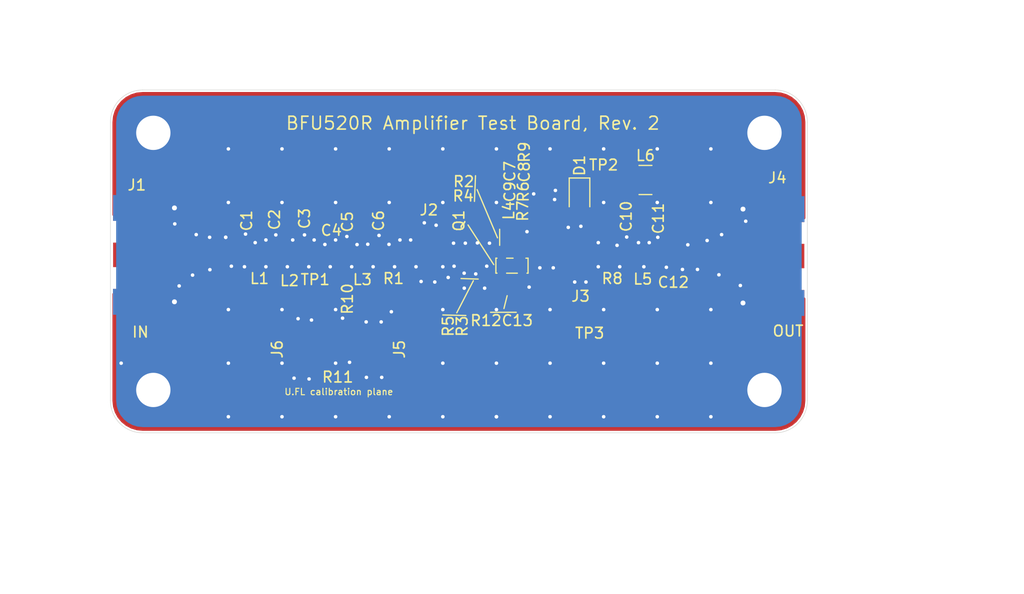
<source format=kicad_pcb>
(kicad_pcb (version 20171130) (host pcbnew 5.1.2-f72e74a~84~ubuntu18.04.1)

  (general
    (thickness 1.6)
    (drawings 21)
    (tracks 331)
    (zones 0)
    (modules 46)
    (nets 18)
  )

  (page A4)
  (layers
    (0 F.Cu signal)
    (31 B.Cu signal)
    (32 B.Adhes user)
    (33 F.Adhes user)
    (34 B.Paste user)
    (35 F.Paste user)
    (36 B.SilkS user)
    (37 F.SilkS user)
    (38 B.Mask user)
    (39 F.Mask user)
    (40 Dwgs.User user)
    (41 Cmts.User user)
    (42 Eco1.User user)
    (43 Eco2.User user)
    (44 Edge.Cuts user)
    (45 Margin user)
    (46 B.CrtYd user)
    (47 F.CrtYd user)
    (48 B.Fab user)
    (49 F.Fab user)
  )

  (setup
    (last_trace_width 0.8492)
    (user_trace_width 0.16)
    (user_trace_width 0.2)
    (user_trace_width 0.25)
    (user_trace_width 0.3)
    (user_trace_width 0.8492)
    (user_trace_width 1.4444)
    (trace_clearance 0.16)
    (zone_clearance 0.16)
    (zone_45_only no)
    (trace_min 0.16)
    (via_size 0.69)
    (via_drill 0.33)
    (via_min_size 0.4)
    (via_min_drill 0.3)
    (uvia_size 0.3)
    (uvia_drill 0.1)
    (uvias_allowed no)
    (uvia_min_size 0.2)
    (uvia_min_drill 0.1)
    (edge_width 0.05)
    (segment_width 0.2)
    (pcb_text_width 0.3)
    (pcb_text_size 1.5 1.5)
    (mod_edge_width 0.12)
    (mod_text_size 1 1)
    (mod_text_width 0.15)
    (pad_size 0.9652 0.9652)
    (pad_drill 0)
    (pad_to_mask_clearance 0.051)
    (solder_mask_min_width 0.25)
    (aux_axis_origin 0 0)
    (visible_elements FFFFFF7F)
    (pcbplotparams
      (layerselection 0x010fc_ffffffff)
      (usegerberextensions false)
      (usegerberattributes false)
      (usegerberadvancedattributes false)
      (creategerberjobfile false)
      (excludeedgelayer true)
      (linewidth 0.100000)
      (plotframeref false)
      (viasonmask false)
      (mode 1)
      (useauxorigin false)
      (hpglpennumber 1)
      (hpglpenspeed 20)
      (hpglpendiameter 15.000000)
      (psnegative false)
      (psa4output false)
      (plotreference true)
      (plotvalue true)
      (plotinvisibletext false)
      (padsonsilk false)
      (subtractmaskfromsilk false)
      (outputformat 1)
      (mirror false)
      (drillshape 0)
      (scaleselection 1)
      (outputdirectory "lna-gerbers/"))
  )

  (net 0 "")
  (net 1 GND)
  (net 2 "Net-(C1-Pad1)")
  (net 3 "Net-(C2-Pad1)")
  (net 4 "Net-(C3-Pad1)")
  (net 5 "Net-(C4-Pad2)")
  (net 6 "Net-(C6-Pad1)")
  (net 7 "Net-(C10-Pad1)")
  (net 8 "Net-(C11-Pad1)")
  (net 9 "Net-(C12-Pad2)")
  (net 10 "Net-(D1-Pad1)")
  (net 11 "Net-(J2-Pad1)")
  (net 12 "Net-(J3-Pad1)")
  (net 13 "Net-(J5-Pad1)")
  (net 14 "Net-(J6-Pad1)")
  (net 15 "Net-(L4-Pad1)")
  (net 16 "Net-(C13-Pad1)")
  (net 17 /VCC)

  (net_class Default "This is the default net class."
    (clearance 0.16)
    (trace_width 0.16)
    (via_dia 0.69)
    (via_drill 0.33)
    (uvia_dia 0.3)
    (uvia_drill 0.1)
    (add_net /VCC)
    (add_net GND)
  )

  (net_class RF1 ""
    (clearance 0.16)
    (trace_width 0.849)
    (via_dia 0.69)
    (via_drill 0.33)
    (uvia_dia 0.3)
    (uvia_drill 0.1)
    (add_net "Net-(C1-Pad1)")
    (add_net "Net-(C10-Pad1)")
    (add_net "Net-(C11-Pad1)")
    (add_net "Net-(C12-Pad2)")
    (add_net "Net-(C13-Pad1)")
    (add_net "Net-(C2-Pad1)")
    (add_net "Net-(C3-Pad1)")
    (add_net "Net-(C4-Pad2)")
    (add_net "Net-(C6-Pad1)")
    (add_net "Net-(D1-Pad1)")
    (add_net "Net-(J2-Pad1)")
    (add_net "Net-(J3-Pad1)")
    (add_net "Net-(J5-Pad1)")
    (add_net "Net-(J6-Pad1)")
    (add_net "Net-(L4-Pad1)")
  )

  (module iss_lna:Probe_Point_0.5mm (layer F.Cu) (tedit 5D27F57B) (tstamp 5D285917)
    (at 126.43 50.12)
    (path /5D287FEA)
    (fp_text reference TP2 (at -1.43 -1.12) (layer F.SilkS)
      (effects (font (size 1 1) (thickness 0.15)))
    )
    (fp_text value TestPoint (at 0 -0.5) (layer F.Fab)
      (effects (font (size 1 1) (thickness 0.15)))
    )
    (pad 1 smd circle (at 0 0) (size 0.5 0.5) (layers F.Cu F.Paste F.Mask)
      (net 17 /VCC))
  )

  (module MountingHole:MountingHole_3.2mm_M3_ISO14580_Pad (layer F.Cu) (tedit 56D1B4CB) (tstamp 5D29C3EA)
    (at 140 70)
    (descr "Mounting Hole 3.2mm, M3, ISO14580")
    (tags "mounting hole 3.2mm m3 iso14580")
    (path /5D388106)
    (attr virtual)
    (fp_text reference H4 (at 0 -3.75) (layer F.SilkS) hide
      (effects (font (size 1 1) (thickness 0.15)))
    )
    (fp_text value MountingHole_Pad (at 0 3.75) (layer F.Fab)
      (effects (font (size 1 1) (thickness 0.15)))
    )
    (fp_circle (center 0 0) (end 3 0) (layer F.CrtYd) (width 0.05))
    (fp_circle (center 0 0) (end 2.75 0) (layer Cmts.User) (width 0.15))
    (fp_text user %R (at 0.3 0) (layer F.Fab)
      (effects (font (size 1 1) (thickness 0.15)))
    )
    (pad 1 thru_hole circle (at 0 0) (size 5.5 5.5) (drill 3.2) (layers *.Cu *.Mask)
      (net 1 GND))
  )

  (module MountingHole:MountingHole_3.2mm_M3_ISO14580_Pad (layer F.Cu) (tedit 56D1B4CB) (tstamp 5D29C3E2)
    (at 140 46)
    (descr "Mounting Hole 3.2mm, M3, ISO14580")
    (tags "mounting hole 3.2mm m3 iso14580")
    (path /5D380FA8)
    (attr virtual)
    (fp_text reference H3 (at 0 -3.75) (layer F.SilkS) hide
      (effects (font (size 1 1) (thickness 0.15)))
    )
    (fp_text value MountingHole_Pad (at 0 3.75) (layer F.Fab)
      (effects (font (size 1 1) (thickness 0.15)))
    )
    (fp_circle (center 0 0) (end 3 0) (layer F.CrtYd) (width 0.05))
    (fp_circle (center 0 0) (end 2.75 0) (layer Cmts.User) (width 0.15))
    (fp_text user %R (at 0.3 0) (layer F.Fab)
      (effects (font (size 1 1) (thickness 0.15)))
    )
    (pad 1 thru_hole circle (at 0 0) (size 5.5 5.5) (drill 3.2) (layers *.Cu *.Mask)
      (net 1 GND))
  )

  (module MountingHole:MountingHole_3.2mm_M3_ISO14580_Pad (layer F.Cu) (tedit 56D1B4CB) (tstamp 5D29C3DA)
    (at 83 70)
    (descr "Mounting Hole 3.2mm, M3, ISO14580")
    (tags "mounting hole 3.2mm m3 iso14580")
    (path /5D3880F8)
    (attr virtual)
    (fp_text reference H2 (at 0 -3.75) (layer F.SilkS) hide
      (effects (font (size 1 1) (thickness 0.15)))
    )
    (fp_text value MountingHole_Pad (at 0 -4) (layer F.Fab)
      (effects (font (size 1 1) (thickness 0.15)))
    )
    (fp_circle (center 0 0) (end 3 0) (layer F.CrtYd) (width 0.05))
    (fp_circle (center 0 0) (end 2.75 0) (layer Cmts.User) (width 0.15))
    (fp_text user %R (at 0.3 0) (layer F.Fab)
      (effects (font (size 1 1) (thickness 0.15)))
    )
    (pad 1 thru_hole circle (at 0 0) (size 5.5 5.5) (drill 3.2) (layers *.Cu *.Mask)
      (net 1 GND))
  )

  (module MountingHole:MountingHole_3.2mm_M3_ISO14580_Pad (layer F.Cu) (tedit 56D1B4CB) (tstamp 5D29C3D2)
    (at 83 46)
    (descr "Mounting Hole 3.2mm, M3, ISO14580")
    (tags "mounting hole 3.2mm m3 iso14580")
    (path /5D379C44)
    (attr virtual)
    (fp_text reference H1 (at 0 -3.75) (layer F.SilkS) hide
      (effects (font (size 1 1) (thickness 0.15)))
    )
    (fp_text value MountingHole_Pad (at 0 3.75) (layer F.Fab)
      (effects (font (size 1 1) (thickness 0.15)))
    )
    (fp_circle (center 0 0) (end 3 0) (layer F.CrtYd) (width 0.05))
    (fp_circle (center 0 0) (end 2.75 0) (layer Cmts.User) (width 0.15))
    (fp_text user %R (at 0.3 0) (layer F.Fab)
      (effects (font (size 1 1) (thickness 0.15)))
    )
    (pad 1 thru_hole circle (at 0 0) (size 5.5 5.5) (drill 3.2) (layers *.Cu *.Mask)
      (net 1 GND))
  )

  (module iss_lna:142-0701-801-with-taper (layer F.Cu) (tedit 5D30F82D) (tstamp 5D2857C6)
    (at 143.965 57.5 270)
    (path /5D244E7D)
    (fp_text reference J4 (at -7.3 2.765) (layer F.SilkS)
      (effects (font (size 1 1) (thickness 0.15)))
    )
    (fp_text value SMA (at 6.7 5.65) (layer F.Fab)
      (effects (font (size 1 1) (thickness 0.15)))
    )
    (fp_line (start -5.6 0) (end 5.6 0) (layer F.Fab) (width 0.12))
    (pad 2 smd custom (at 3.91 8.81 270) (size 0.9652 0.9652) (layers F.Cu)
      (net 1 GND) (zone_connect 2)
      (options (clearance outline) (anchor rect))
      (primitives
        (gr_poly (pts
           (xy -0.72 -3.73) (xy -1.24 -3.32) (xy -1.38 -3.15) (xy -1.54 -2.99) (xy -1.77 -2.68)
           (xy -2.13 -2.025) (xy -2.59 -0.75) (xy -3.3 1.81) (xy 1.68 1.81) (xy 1.68 -3.73)
) (width 0))
      ))
    (pad 1 smd custom (at -0.04 7.28 270) (size 0.9652 0.9652) (layers F.Cu F.Paste F.Mask)
      (net 9 "Net-(C12-Pad2)") (zone_connect 0)
      (options (clearance outline) (anchor rect))
      (primitives
        (gr_poly (pts
           (xy -0.83 0.78) (xy -1.05 -0.5) (xy -1.16 -1.14) (xy -1.215 -1.46) (xy -1.27 -1.78)
           (xy 1.35 -1.78) (xy 0.47 3.34) (xy -0.39 3.34)) (width 0))
      ))
    (pad 2 smd custom (at -3.04 9.83 270) (size 0.9652 0.9652) (layers F.Cu)
      (net 1 GND) (zone_connect 2)
      (options (clearance outline) (anchor rect))
      (primitives
        (gr_poly (pts
           (xy -0.14 -4.75) (xy 0.38 -4.34) (xy 0.52 -4.17) (xy 0.68 -4.01) (xy 0.91 -3.7)
           (xy 1.27 -3.045) (xy 1.73 -1.77) (xy 2.44 0.79) (xy -2.54 0.79) (xy -2.54 -4.75)
) (width 0))
      ))
    (pad 2 smd rect (at 4.3815 2.665 270) (size 2.413 4.83) (layers F.Cu F.Paste F.Mask)
      (net 1 GND))
    (pad 1 smd rect (at 0 2.665 270) (size 2.286 4.83) (layers F.Cu F.Paste F.Mask)
      (net 9 "Net-(C12-Pad2)"))
    (pad 2 smd rect (at -4.3815 2.665 270) (size 2.413 4.83) (layers F.Cu F.Paste F.Mask)
      (net 1 GND))
    (pad 1 smd trapezoid (at 0 5.16255 270) (size 2.4511 0.1651) (rect_delta 0 0.1651 ) (layers F.Cu F.Paste F.Mask)
      (net 9 "Net-(C12-Pad2)"))
    (pad 1 smd rect (at 0 5.3721 270) (size 2.6162 0.254) (layers F.Cu F.Paste F.Mask)
      (net 9 "Net-(C12-Pad2)"))
    (pad 2 thru_hole circle (at -4.3815 5.969 270) (size 0.9652 0.9652) (drill 0.4572) (layers *.Cu *.Mask)
      (net 1 GND))
    (pad 2 thru_hole circle (at 4.3815 5.969 270) (size 0.9652 0.9652) (drill 0.4572) (layers *.Cu *.Mask)
      (net 1 GND))
    (pad 2 smd rect (at -4.3815 2.65 270) (size 2.413 4.83) (layers B.Cu B.Paste B.Mask)
      (net 1 GND))
    (pad 2 smd rect (at 4.3815 2.665 270) (size 2.413 4.83) (layers B.Cu B.Paste B.Mask)
      (net 1 GND))
  )

  (module iss_lna:142-0701-801-with-taper (layer F.Cu) (tedit 5D30F82D) (tstamp 5D28578C)
    (at 79 57.39 90)
    (path /5D24503E)
    (fp_text reference J1 (at 6.52 2.46) (layer F.SilkS)
      (effects (font (size 1 1) (thickness 0.15)))
    )
    (fp_text value SMA (at 6.7 5.65) (layer F.Fab)
      (effects (font (size 1 1) (thickness 0.15)))
    )
    (fp_line (start -5.6 0) (end 5.6 0) (layer F.Fab) (width 0.12))
    (pad 2 smd custom (at 3.91 8.81 90) (size 0.9652 0.9652) (layers F.Cu)
      (net 1 GND) (zone_connect 2)
      (options (clearance outline) (anchor rect))
      (primitives
        (gr_poly (pts
           (xy -0.72 -3.73) (xy -1.24 -3.32) (xy -1.38 -3.15) (xy -1.54 -2.99) (xy -1.77 -2.68)
           (xy -2.13 -2.025) (xy -2.59 -0.75) (xy -3.3 1.81) (xy 1.68 1.81) (xy 1.68 -3.73)
) (width 0))
      ))
    (pad 1 smd custom (at -0.04 7.28 90) (size 0.9652 0.9652) (layers F.Cu F.Paste F.Mask)
      (net 2 "Net-(C1-Pad1)") (zone_connect 0)
      (options (clearance outline) (anchor rect))
      (primitives
        (gr_poly (pts
           (xy -0.83 0.78) (xy -1.05 -0.5) (xy -1.16 -1.14) (xy -1.215 -1.46) (xy -1.27 -1.78)
           (xy 1.35 -1.78) (xy 0.47 3.34) (xy -0.39 3.34)) (width 0))
      ))
    (pad 2 smd custom (at -3.04 9.83 90) (size 0.9652 0.9652) (layers F.Cu)
      (net 1 GND) (zone_connect 2)
      (options (clearance outline) (anchor rect))
      (primitives
        (gr_poly (pts
           (xy -0.14 -4.75) (xy 0.38 -4.34) (xy 0.52 -4.17) (xy 0.68 -4.01) (xy 0.91 -3.7)
           (xy 1.27 -3.045) (xy 1.73 -1.77) (xy 2.44 0.79) (xy -2.54 0.79) (xy -2.54 -4.75)
) (width 0))
      ))
    (pad 2 smd rect (at 4.3815 2.665 90) (size 2.413 4.83) (layers F.Cu F.Paste F.Mask)
      (net 1 GND))
    (pad 1 smd rect (at 0 2.665 90) (size 2.286 4.83) (layers F.Cu F.Paste F.Mask)
      (net 2 "Net-(C1-Pad1)"))
    (pad 2 smd rect (at -4.3815 2.665 90) (size 2.413 4.83) (layers F.Cu F.Paste F.Mask)
      (net 1 GND))
    (pad 1 smd trapezoid (at 0 5.16255 90) (size 2.4511 0.1651) (rect_delta 0 0.1651 ) (layers F.Cu F.Paste F.Mask)
      (net 2 "Net-(C1-Pad1)"))
    (pad 1 smd rect (at 0 5.3721 90) (size 2.6162 0.254) (layers F.Cu F.Paste F.Mask)
      (net 2 "Net-(C1-Pad1)"))
    (pad 2 thru_hole circle (at -4.3815 5.969 90) (size 0.9652 0.9652) (drill 0.4572) (layers *.Cu *.Mask)
      (net 1 GND))
    (pad 2 thru_hole circle (at 4.3815 5.969 90) (size 0.9652 0.9652) (drill 0.4572) (layers *.Cu *.Mask)
      (net 1 GND))
    (pad 2 smd rect (at -4.3815 2.65 90) (size 2.413 4.83) (layers B.Cu B.Paste B.Mask)
      (net 1 GND))
    (pad 2 smd rect (at 4.3815 2.665 90) (size 2.413 4.83) (layers B.Cu B.Paste B.Mask)
      (net 1 GND))
  )

  (module Resistor_SMD:R_0402_1005Metric (layer F.Cu) (tedit 5B301BBD) (tstamp 5D2858D1)
    (at 119.75 56.9 270)
    (descr "Resistor SMD 0402 (1005 Metric), square (rectangular) end terminal, IPC_7351 nominal, (Body size source: http://www.tortai-tech.com/upload/download/2011102023233369053.pdf), generated with kicad-footprint-generator")
    (tags resistor)
    (path /5D29BD11)
    (attr smd)
    (fp_text reference R7 (at -3.6 2.3 90) (layer F.SilkS)
      (effects (font (size 1 1) (thickness 0.15)))
    )
    (fp_text value 0R (at 0 1.17 90) (layer F.Fab)
      (effects (font (size 1 1) (thickness 0.15)))
    )
    (fp_text user %R (at 0 0 90) (layer F.Fab)
      (effects (font (size 0.25 0.25) (thickness 0.04)))
    )
    (fp_line (start 0.93 0.47) (end -0.93 0.47) (layer F.CrtYd) (width 0.05))
    (fp_line (start 0.93 -0.47) (end 0.93 0.47) (layer F.CrtYd) (width 0.05))
    (fp_line (start -0.93 -0.47) (end 0.93 -0.47) (layer F.CrtYd) (width 0.05))
    (fp_line (start -0.93 0.47) (end -0.93 -0.47) (layer F.CrtYd) (width 0.05))
    (fp_line (start 0.5 0.25) (end -0.5 0.25) (layer F.Fab) (width 0.1))
    (fp_line (start 0.5 -0.25) (end 0.5 0.25) (layer F.Fab) (width 0.1))
    (fp_line (start -0.5 -0.25) (end 0.5 -0.25) (layer F.Fab) (width 0.1))
    (fp_line (start -0.5 0.25) (end -0.5 -0.25) (layer F.Fab) (width 0.1))
    (pad 2 smd roundrect (at 0.485 0 270) (size 0.59 0.64) (layers F.Cu F.Paste F.Mask) (roundrect_rratio 0.25)
      (net 12 "Net-(J3-Pad1)"))
    (pad 1 smd roundrect (at -0.485 0 270) (size 0.59 0.64) (layers F.Cu F.Paste F.Mask) (roundrect_rratio 0.25)
      (net 15 "Net-(L4-Pad1)"))
    (model ${KISYS3DMOD}/Resistor_SMD.3dshapes/R_0402_1005Metric.wrl
      (at (xyz 0 0 0))
      (scale (xyz 1 1 1))
      (rotate (xyz 0 0 0))
    )
  )

  (module Resistor_SMD:R_0402_1005Metric (layer F.Cu) (tedit 5B301BBD) (tstamp 5D28B596)
    (at 114.95 60.5 180)
    (descr "Resistor SMD 0402 (1005 Metric), square (rectangular) end terminal, IPC_7351 nominal, (Body size source: http://www.tortai-tech.com/upload/download/2011102023233369053.pdf), generated with kicad-footprint-generator")
    (tags resistor)
    (path /5D2F8481)
    (attr smd)
    (fp_text reference R12 (at 0.925 -3.025) (layer F.SilkS)
      (effects (font (size 1 1) (thickness 0.15)))
    )
    (fp_text value 0R (at 0 1.17) (layer F.Fab)
      (effects (font (size 1 1) (thickness 0.15)))
    )
    (fp_text user %R (at 0 0) (layer F.Fab)
      (effects (font (size 0.25 0.25) (thickness 0.04)))
    )
    (fp_line (start 0.93 0.47) (end -0.93 0.47) (layer F.CrtYd) (width 0.05))
    (fp_line (start 0.93 -0.47) (end 0.93 0.47) (layer F.CrtYd) (width 0.05))
    (fp_line (start -0.93 -0.47) (end 0.93 -0.47) (layer F.CrtYd) (width 0.05))
    (fp_line (start -0.93 0.47) (end -0.93 -0.47) (layer F.CrtYd) (width 0.05))
    (fp_line (start 0.5 0.25) (end -0.5 0.25) (layer F.Fab) (width 0.1))
    (fp_line (start 0.5 -0.25) (end 0.5 0.25) (layer F.Fab) (width 0.1))
    (fp_line (start -0.5 -0.25) (end 0.5 -0.25) (layer F.Fab) (width 0.1))
    (fp_line (start -0.5 0.25) (end -0.5 -0.25) (layer F.Fab) (width 0.1))
    (pad 2 smd roundrect (at 0.485 0 180) (size 0.59 0.64) (layers F.Cu F.Paste F.Mask) (roundrect_rratio 0.25)
      (net 1 GND))
    (pad 1 smd roundrect (at -0.485 0 180) (size 0.59 0.64) (layers F.Cu F.Paste F.Mask) (roundrect_rratio 0.25)
      (net 16 "Net-(C13-Pad1)"))
    (model ${KISYS3DMOD}/Resistor_SMD.3dshapes/R_0402_1005Metric.wrl
      (at (xyz 0 0 0))
      (scale (xyz 1 1 1))
      (rotate (xyz 0 0 0))
    )
  )

  (module Capacitor_SMD:C_0402_1005Metric (layer F.Cu) (tedit 5B301BBE) (tstamp 5D43A8D9)
    (at 116.9 60.5)
    (descr "Capacitor SMD 0402 (1005 Metric), square (rectangular) end terminal, IPC_7351 nominal, (Body size source: http://www.tortai-tech.com/upload/download/2011102023233369053.pdf), generated with kicad-footprint-generator")
    (tags capacitor)
    (path /5D2BD105)
    (attr smd)
    (fp_text reference C13 (at 0.05 3.025) (layer F.SilkS)
      (effects (font (size 1 1) (thickness 0.15)))
    )
    (fp_text value "470 pF" (at 0 1.17) (layer F.Fab)
      (effects (font (size 1 1) (thickness 0.15)))
    )
    (fp_text user %R (at 0 0) (layer F.Fab)
      (effects (font (size 0.25 0.25) (thickness 0.04)))
    )
    (fp_line (start 0.93 0.47) (end -0.93 0.47) (layer F.CrtYd) (width 0.05))
    (fp_line (start 0.93 -0.47) (end 0.93 0.47) (layer F.CrtYd) (width 0.05))
    (fp_line (start -0.93 -0.47) (end 0.93 -0.47) (layer F.CrtYd) (width 0.05))
    (fp_line (start -0.93 0.47) (end -0.93 -0.47) (layer F.CrtYd) (width 0.05))
    (fp_line (start 0.5 0.25) (end -0.5 0.25) (layer F.Fab) (width 0.1))
    (fp_line (start 0.5 -0.25) (end 0.5 0.25) (layer F.Fab) (width 0.1))
    (fp_line (start -0.5 -0.25) (end 0.5 -0.25) (layer F.Fab) (width 0.1))
    (fp_line (start -0.5 0.25) (end -0.5 -0.25) (layer F.Fab) (width 0.1))
    (pad 2 smd roundrect (at 0.485 0) (size 0.59 0.64) (layers F.Cu F.Paste F.Mask) (roundrect_rratio 0.25)
      (net 1 GND))
    (pad 1 smd roundrect (at -0.485 0) (size 0.59 0.64) (layers F.Cu F.Paste F.Mask) (roundrect_rratio 0.25)
      (net 16 "Net-(C13-Pad1)"))
    (model ${KISYS3DMOD}/Capacitor_SMD.3dshapes/C_0402_1005Metric.wrl
      (at (xyz 0 0 0))
      (scale (xyz 1 1 1))
      (rotate (xyz 0 0 0))
    )
  )

  (module iss_lna:Probe_Point_0.5mm (layer F.Cu) (tedit 5D27F57B) (tstamp 5D28591C)
    (at 121.5 64.65)
    (path /5D28B460)
    (fp_text reference TP3 (at 2.2 0.05) (layer F.SilkS)
      (effects (font (size 1 1) (thickness 0.15)))
    )
    (fp_text value TestPoint (at 0 -0.5) (layer F.Fab)
      (effects (font (size 1 1) (thickness 0.15)))
    )
    (pad 1 smd circle (at 0 0) (size 0.5 0.5) (layers F.Cu F.Paste F.Mask)
      (net 1 GND))
  )

  (module iss_lna:Probe_Point_0.5mm (layer F.Cu) (tedit 5D27F57B) (tstamp 5D285912)
    (at 98.1 57.4)
    (path /5D36E8D2)
    (fp_text reference TP1 (at 0 2.3) (layer F.SilkS)
      (effects (font (size 1 1) (thickness 0.15)))
    )
    (fp_text value TestPoint (at 0 -0.5) (layer F.Fab)
      (effects (font (size 1 1) (thickness 0.15)))
    )
    (pad 1 smd circle (at 0 0) (size 0.5 0.5) (layers F.Cu F.Paste F.Mask)
      (net 4 "Net-(C3-Pad1)"))
  )

  (module Resistor_SMD:R_0402_1005Metric (layer F.Cu) (tedit 5B301BBD) (tstamp 5D28590D)
    (at 100.2 66.2 180)
    (descr "Resistor SMD 0402 (1005 Metric), square (rectangular) end terminal, IPC_7351 nominal, (Body size source: http://www.tortai-tech.com/upload/download/2011102023233369053.pdf), generated with kicad-footprint-generator")
    (tags resistor)
    (path /5D3D6298)
    (attr smd)
    (fp_text reference R11 (at 0 -2.6) (layer F.SilkS)
      (effects (font (size 1 1) (thickness 0.15)))
    )
    (fp_text value DNP (at 0 1.17) (layer F.Fab)
      (effects (font (size 1 1) (thickness 0.15)))
    )
    (fp_text user %R (at 0 0) (layer F.Fab)
      (effects (font (size 0.25 0.25) (thickness 0.04)))
    )
    (fp_line (start 0.93 0.47) (end -0.93 0.47) (layer F.CrtYd) (width 0.05))
    (fp_line (start 0.93 -0.47) (end 0.93 0.47) (layer F.CrtYd) (width 0.05))
    (fp_line (start -0.93 -0.47) (end 0.93 -0.47) (layer F.CrtYd) (width 0.05))
    (fp_line (start -0.93 0.47) (end -0.93 -0.47) (layer F.CrtYd) (width 0.05))
    (fp_line (start 0.5 0.25) (end -0.5 0.25) (layer F.Fab) (width 0.1))
    (fp_line (start 0.5 -0.25) (end 0.5 0.25) (layer F.Fab) (width 0.1))
    (fp_line (start -0.5 -0.25) (end 0.5 -0.25) (layer F.Fab) (width 0.1))
    (fp_line (start -0.5 0.25) (end -0.5 -0.25) (layer F.Fab) (width 0.1))
    (pad 2 smd roundrect (at 0.485 0 180) (size 0.59 0.64) (layers F.Cu F.Paste F.Mask) (roundrect_rratio 0.25)
      (net 14 "Net-(J6-Pad1)"))
    (pad 1 smd roundrect (at -0.485 0 180) (size 0.59 0.64) (layers F.Cu F.Paste F.Mask) (roundrect_rratio 0.25)
      (net 13 "Net-(J5-Pad1)"))
    (model ${KISYS3DMOD}/Resistor_SMD.3dshapes/R_0402_1005Metric.wrl
      (at (xyz 0 0 0))
      (scale (xyz 1 1 1))
      (rotate (xyz 0 0 0))
    )
  )

  (module Resistor_SMD:R_0402_1005Metric (layer F.Cu) (tedit 5B301BBD) (tstamp 5D28BA08)
    (at 100.7 64.7 90)
    (descr "Resistor SMD 0402 (1005 Metric), square (rectangular) end terminal, IPC_7351 nominal, (Body size source: http://www.tortai-tech.com/upload/download/2011102023233369053.pdf), generated with kicad-footprint-generator")
    (tags resistor)
    (path /5D3D8EE9)
    (attr smd)
    (fp_text reference R10 (at 3.2 0.4 90) (layer F.SilkS)
      (effects (font (size 1 1) (thickness 0.15)))
    )
    (fp_text value DNP (at 0 1.17 90) (layer F.Fab)
      (effects (font (size 1 1) (thickness 0.15)))
    )
    (fp_text user %R (at 0 0 90) (layer F.Fab)
      (effects (font (size 0.25 0.25) (thickness 0.04)))
    )
    (fp_line (start 0.93 0.47) (end -0.93 0.47) (layer F.CrtYd) (width 0.05))
    (fp_line (start 0.93 -0.47) (end 0.93 0.47) (layer F.CrtYd) (width 0.05))
    (fp_line (start -0.93 -0.47) (end 0.93 -0.47) (layer F.CrtYd) (width 0.05))
    (fp_line (start -0.93 0.47) (end -0.93 -0.47) (layer F.CrtYd) (width 0.05))
    (fp_line (start 0.5 0.25) (end -0.5 0.25) (layer F.Fab) (width 0.1))
    (fp_line (start 0.5 -0.25) (end 0.5 0.25) (layer F.Fab) (width 0.1))
    (fp_line (start -0.5 -0.25) (end 0.5 -0.25) (layer F.Fab) (width 0.1))
    (fp_line (start -0.5 0.25) (end -0.5 -0.25) (layer F.Fab) (width 0.1))
    (pad 2 smd roundrect (at 0.485 0 90) (size 0.59 0.64) (layers F.Cu F.Paste F.Mask) (roundrect_rratio 0.25)
      (net 1 GND))
    (pad 1 smd roundrect (at -0.485 0 90) (size 0.59 0.64) (layers F.Cu F.Paste F.Mask) (roundrect_rratio 0.25)
      (net 13 "Net-(J5-Pad1)"))
    (model ${KISYS3DMOD}/Resistor_SMD.3dshapes/R_0402_1005Metric.wrl
      (at (xyz 0 0 0))
      (scale (xyz 1 1 1))
      (rotate (xyz 0 0 0))
    )
  )

  (module Resistor_SMD:R_0402_1005Metric (layer F.Cu) (tedit 5B301BBD) (tstamp 5D2858EF)
    (at 119.75 50.8 270)
    (descr "Resistor SMD 0402 (1005 Metric), square (rectangular) end terminal, IPC_7351 nominal, (Body size source: http://www.tortai-tech.com/upload/download/2011102023233369053.pdf), generated with kicad-footprint-generator")
    (tags resistor)
    (path /5D3770E8)
    (attr smd)
    (fp_text reference R9 (at -3 2.15 90) (layer F.SilkS)
      (effects (font (size 1 1) (thickness 0.15)))
    )
    (fp_text value 2k2R (at 0 1.17 90) (layer F.Fab)
      (effects (font (size 1 1) (thickness 0.15)))
    )
    (fp_text user %R (at 0 0 90) (layer F.Fab)
      (effects (font (size 0.25 0.25) (thickness 0.04)))
    )
    (fp_line (start 0.93 0.47) (end -0.93 0.47) (layer F.CrtYd) (width 0.05))
    (fp_line (start 0.93 -0.47) (end 0.93 0.47) (layer F.CrtYd) (width 0.05))
    (fp_line (start -0.93 -0.47) (end 0.93 -0.47) (layer F.CrtYd) (width 0.05))
    (fp_line (start -0.93 0.47) (end -0.93 -0.47) (layer F.CrtYd) (width 0.05))
    (fp_line (start 0.5 0.25) (end -0.5 0.25) (layer F.Fab) (width 0.1))
    (fp_line (start 0.5 -0.25) (end 0.5 0.25) (layer F.Fab) (width 0.1))
    (fp_line (start -0.5 -0.25) (end 0.5 -0.25) (layer F.Fab) (width 0.1))
    (fp_line (start -0.5 0.25) (end -0.5 -0.25) (layer F.Fab) (width 0.1))
    (pad 2 smd roundrect (at 0.485 0 270) (size 0.59 0.64) (layers F.Cu F.Paste F.Mask) (roundrect_rratio 0.25)
      (net 1 GND))
    (pad 1 smd roundrect (at -0.485 0 270) (size 0.59 0.64) (layers F.Cu F.Paste F.Mask) (roundrect_rratio 0.25)
      (net 10 "Net-(D1-Pad1)"))
    (model ${KISYS3DMOD}/Resistor_SMD.3dshapes/R_0402_1005Metric.wrl
      (at (xyz 0 0 0))
      (scale (xyz 1 1 1))
      (rotate (xyz 0 0 0))
    )
  )

  (module Resistor_SMD:R_0402_1005Metric (layer F.Cu) (tedit 5B301BBD) (tstamp 5D2858E0)
    (at 125.685 57.45 180)
    (descr "Resistor SMD 0402 (1005 Metric), square (rectangular) end terminal, IPC_7351 nominal, (Body size source: http://www.tortai-tech.com/upload/download/2011102023233369053.pdf), generated with kicad-footprint-generator")
    (tags resistor)
    (path /5D35B6EE)
    (attr smd)
    (fp_text reference R8 (at -0.115 -2.15) (layer F.SilkS)
      (effects (font (size 1 1) (thickness 0.15)))
    )
    (fp_text value 0R (at 0 1.17) (layer F.Fab)
      (effects (font (size 1 1) (thickness 0.15)))
    )
    (fp_text user %R (at 0 0) (layer F.Fab)
      (effects (font (size 0.25 0.25) (thickness 0.04)))
    )
    (fp_line (start 0.93 0.47) (end -0.93 0.47) (layer F.CrtYd) (width 0.05))
    (fp_line (start 0.93 -0.47) (end 0.93 0.47) (layer F.CrtYd) (width 0.05))
    (fp_line (start -0.93 -0.47) (end 0.93 -0.47) (layer F.CrtYd) (width 0.05))
    (fp_line (start -0.93 0.47) (end -0.93 -0.47) (layer F.CrtYd) (width 0.05))
    (fp_line (start 0.5 0.25) (end -0.5 0.25) (layer F.Fab) (width 0.1))
    (fp_line (start 0.5 -0.25) (end 0.5 0.25) (layer F.Fab) (width 0.1))
    (fp_line (start -0.5 -0.25) (end 0.5 -0.25) (layer F.Fab) (width 0.1))
    (fp_line (start -0.5 0.25) (end -0.5 -0.25) (layer F.Fab) (width 0.1))
    (pad 2 smd roundrect (at 0.485 0 180) (size 0.59 0.64) (layers F.Cu F.Paste F.Mask) (roundrect_rratio 0.25)
      (net 12 "Net-(J3-Pad1)"))
    (pad 1 smd roundrect (at -0.485 0 180) (size 0.59 0.64) (layers F.Cu F.Paste F.Mask) (roundrect_rratio 0.25)
      (net 7 "Net-(C10-Pad1)"))
    (model ${KISYS3DMOD}/Resistor_SMD.3dshapes/R_0402_1005Metric.wrl
      (at (xyz 0 0 0))
      (scale (xyz 1 1 1))
      (rotate (xyz 0 0 0))
    )
  )

  (module Resistor_SMD:R_0402_1005Metric (layer F.Cu) (tedit 5B301BBD) (tstamp 5D2858C2)
    (at 119.75 54.8 270)
    (descr "Resistor SMD 0402 (1005 Metric), square (rectangular) end terminal, IPC_7351 nominal, (Body size source: http://www.tortai-tech.com/upload/download/2011102023233369053.pdf), generated with kicad-footprint-generator")
    (tags resistor)
    (path /5D294CEB)
    (attr smd)
    (fp_text reference R6 (at -3.3 2.25 90) (layer F.SilkS)
      (effects (font (size 1 1) (thickness 0.15)))
    )
    (fp_text value 120R (at 0 1.17 90) (layer F.Fab)
      (effects (font (size 1 1) (thickness 0.15)))
    )
    (fp_text user %R (at 0 0 90) (layer F.Fab)
      (effects (font (size 0.25 0.25) (thickness 0.04)))
    )
    (fp_line (start 0.93 0.47) (end -0.93 0.47) (layer F.CrtYd) (width 0.05))
    (fp_line (start 0.93 -0.47) (end 0.93 0.47) (layer F.CrtYd) (width 0.05))
    (fp_line (start -0.93 -0.47) (end 0.93 -0.47) (layer F.CrtYd) (width 0.05))
    (fp_line (start -0.93 0.47) (end -0.93 -0.47) (layer F.CrtYd) (width 0.05))
    (fp_line (start 0.5 0.25) (end -0.5 0.25) (layer F.Fab) (width 0.1))
    (fp_line (start 0.5 -0.25) (end 0.5 0.25) (layer F.Fab) (width 0.1))
    (fp_line (start -0.5 -0.25) (end 0.5 -0.25) (layer F.Fab) (width 0.1))
    (fp_line (start -0.5 0.25) (end -0.5 -0.25) (layer F.Fab) (width 0.1))
    (pad 2 smd roundrect (at 0.485 0 270) (size 0.59 0.64) (layers F.Cu F.Paste F.Mask) (roundrect_rratio 0.25)
      (net 15 "Net-(L4-Pad1)"))
    (pad 1 smd roundrect (at -0.485 0 270) (size 0.59 0.64) (layers F.Cu F.Paste F.Mask) (roundrect_rratio 0.25)
      (net 17 /VCC))
    (model ${KISYS3DMOD}/Resistor_SMD.3dshapes/R_0402_1005Metric.wrl
      (at (xyz 0 0 0))
      (scale (xyz 1 1 1))
      (rotate (xyz 0 0 0))
    )
  )

  (module Resistor_SMD:R_0402_1005Metric (layer F.Cu) (tedit 5B301BBD) (tstamp 5D2858B3)
    (at 112.05 57.88 270)
    (descr "Resistor SMD 0402 (1005 Metric), square (rectangular) end terminal, IPC_7351 nominal, (Body size source: http://www.tortai-tech.com/upload/download/2011102023233369053.pdf), generated with kicad-footprint-generator")
    (tags resistor)
    (path /5D24B75C)
    (attr smd)
    (fp_text reference R5 (at 6.17 1.55 90) (layer F.SilkS)
      (effects (font (size 1 1) (thickness 0.15)))
    )
    (fp_text value 1.2kR (at 0 1.17 90) (layer F.Fab)
      (effects (font (size 1 1) (thickness 0.15)))
    )
    (fp_text user %R (at 0 0 90) (layer F.Fab)
      (effects (font (size 0.25 0.25) (thickness 0.04)))
    )
    (fp_line (start 0.93 0.47) (end -0.93 0.47) (layer F.CrtYd) (width 0.05))
    (fp_line (start 0.93 -0.47) (end 0.93 0.47) (layer F.CrtYd) (width 0.05))
    (fp_line (start -0.93 -0.47) (end 0.93 -0.47) (layer F.CrtYd) (width 0.05))
    (fp_line (start -0.93 0.47) (end -0.93 -0.47) (layer F.CrtYd) (width 0.05))
    (fp_line (start 0.5 0.25) (end -0.5 0.25) (layer F.Fab) (width 0.1))
    (fp_line (start 0.5 -0.25) (end 0.5 0.25) (layer F.Fab) (width 0.1))
    (fp_line (start -0.5 -0.25) (end 0.5 -0.25) (layer F.Fab) (width 0.1))
    (fp_line (start -0.5 0.25) (end -0.5 -0.25) (layer F.Fab) (width 0.1))
    (pad 2 smd roundrect (at 0.485 0 270) (size 0.59 0.64) (layers F.Cu F.Paste F.Mask) (roundrect_rratio 0.25)
      (net 1 GND))
    (pad 1 smd roundrect (at -0.485 0 270) (size 0.59 0.64) (layers F.Cu F.Paste F.Mask) (roundrect_rratio 0.25)
      (net 11 "Net-(J2-Pad1)"))
    (model ${KISYS3DMOD}/Resistor_SMD.3dshapes/R_0402_1005Metric.wrl
      (at (xyz 0 0 0))
      (scale (xyz 1 1 1))
      (rotate (xyz 0 0 0))
    )
  )

  (module Resistor_SMD:R_0402_1005Metric (layer F.Cu) (tedit 5B301BBD) (tstamp 5D2858A4)
    (at 116.4 56.3 180)
    (descr "Resistor SMD 0402 (1005 Metric), square (rectangular) end terminal, IPC_7351 nominal, (Body size source: http://www.tortai-tech.com/upload/download/2011102023233369053.pdf), generated with kicad-footprint-generator")
    (tags resistor)
    (path /5D24AD4C)
    (attr smd)
    (fp_text reference R4 (at 4.5 4.4) (layer F.SilkS)
      (effects (font (size 1 1) (thickness 0.15)))
    )
    (fp_text value 3.9kR (at 0 1.17) (layer F.Fab)
      (effects (font (size 1 1) (thickness 0.15)))
    )
    (fp_text user %R (at 0 0) (layer F.Fab)
      (effects (font (size 0.25 0.25) (thickness 0.04)))
    )
    (fp_line (start 0.93 0.47) (end -0.93 0.47) (layer F.CrtYd) (width 0.05))
    (fp_line (start 0.93 -0.47) (end 0.93 0.47) (layer F.CrtYd) (width 0.05))
    (fp_line (start -0.93 -0.47) (end 0.93 -0.47) (layer F.CrtYd) (width 0.05))
    (fp_line (start -0.93 0.47) (end -0.93 -0.47) (layer F.CrtYd) (width 0.05))
    (fp_line (start 0.5 0.25) (end -0.5 0.25) (layer F.Fab) (width 0.1))
    (fp_line (start 0.5 -0.25) (end 0.5 0.25) (layer F.Fab) (width 0.1))
    (fp_line (start -0.5 -0.25) (end 0.5 -0.25) (layer F.Fab) (width 0.1))
    (fp_line (start -0.5 0.25) (end -0.5 -0.25) (layer F.Fab) (width 0.1))
    (pad 2 smd roundrect (at 0.485 0 180) (size 0.59 0.64) (layers F.Cu F.Paste F.Mask) (roundrect_rratio 0.25)
      (net 11 "Net-(J2-Pad1)"))
    (pad 1 smd roundrect (at -0.485 0 180) (size 0.59 0.64) (layers F.Cu F.Paste F.Mask) (roundrect_rratio 0.25)
      (net 15 "Net-(L4-Pad1)"))
    (model ${KISYS3DMOD}/Resistor_SMD.3dshapes/R_0402_1005Metric.wrl
      (at (xyz 0 0 0))
      (scale (xyz 1 1 1))
      (rotate (xyz 0 0 0))
    )
  )

  (module Resistor_SMD:R_0402_1005Metric (layer F.Cu) (tedit 5B301BBD) (tstamp 5D285895)
    (at 113 57.88 270)
    (descr "Resistor SMD 0402 (1005 Metric), square (rectangular) end terminal, IPC_7351 nominal, (Body size source: http://www.tortai-tech.com/upload/download/2011102023233369053.pdf), generated with kicad-footprint-generator")
    (tags resistor)
    (path /5D29EA7B)
    (attr smd)
    (fp_text reference R3 (at 6.17 1.2 90) (layer F.SilkS)
      (effects (font (size 1 1) (thickness 0.15)))
    )
    (fp_text value "DNP 0402" (at 0 1.17 90) (layer F.Fab)
      (effects (font (size 1 1) (thickness 0.15)))
    )
    (fp_text user %R (at 0 0 90) (layer F.Fab)
      (effects (font (size 0.25 0.25) (thickness 0.04)))
    )
    (fp_line (start 0.93 0.47) (end -0.93 0.47) (layer F.CrtYd) (width 0.05))
    (fp_line (start 0.93 -0.47) (end 0.93 0.47) (layer F.CrtYd) (width 0.05))
    (fp_line (start -0.93 -0.47) (end 0.93 -0.47) (layer F.CrtYd) (width 0.05))
    (fp_line (start -0.93 0.47) (end -0.93 -0.47) (layer F.CrtYd) (width 0.05))
    (fp_line (start 0.5 0.25) (end -0.5 0.25) (layer F.Fab) (width 0.1))
    (fp_line (start 0.5 -0.25) (end 0.5 0.25) (layer F.Fab) (width 0.1))
    (fp_line (start -0.5 -0.25) (end 0.5 -0.25) (layer F.Fab) (width 0.1))
    (fp_line (start -0.5 0.25) (end -0.5 -0.25) (layer F.Fab) (width 0.1))
    (pad 2 smd roundrect (at 0.485 0 270) (size 0.59 0.64) (layers F.Cu F.Paste F.Mask) (roundrect_rratio 0.25)
      (net 1 GND))
    (pad 1 smd roundrect (at -0.485 0 270) (size 0.59 0.64) (layers F.Cu F.Paste F.Mask) (roundrect_rratio 0.25)
      (net 11 "Net-(J2-Pad1)"))
    (model ${KISYS3DMOD}/Resistor_SMD.3dshapes/R_0402_1005Metric.wrl
      (at (xyz 0 0 0))
      (scale (xyz 1 1 1))
      (rotate (xyz 0 0 0))
    )
  )

  (module Resistor_SMD:R_0402_1005Metric (layer F.Cu) (tedit 5B301BBD) (tstamp 5D285886)
    (at 116.4 55.35 180)
    (descr "Resistor SMD 0402 (1005 Metric), square (rectangular) end terminal, IPC_7351 nominal, (Body size source: http://www.tortai-tech.com/upload/download/2011102023233369053.pdf), generated with kicad-footprint-generator")
    (tags resistor)
    (path /5D29D75F)
    (attr smd)
    (fp_text reference R2 (at 4.45 4.8) (layer F.SilkS)
      (effects (font (size 1 1) (thickness 0.15)))
    )
    (fp_text value "DNP 0402" (at 0 1.17) (layer F.Fab)
      (effects (font (size 1 1) (thickness 0.15)))
    )
    (fp_text user %R (at 0 0) (layer F.Fab)
      (effects (font (size 0.25 0.25) (thickness 0.04)))
    )
    (fp_line (start 0.93 0.47) (end -0.93 0.47) (layer F.CrtYd) (width 0.05))
    (fp_line (start 0.93 -0.47) (end 0.93 0.47) (layer F.CrtYd) (width 0.05))
    (fp_line (start -0.93 -0.47) (end 0.93 -0.47) (layer F.CrtYd) (width 0.05))
    (fp_line (start -0.93 0.47) (end -0.93 -0.47) (layer F.CrtYd) (width 0.05))
    (fp_line (start 0.5 0.25) (end -0.5 0.25) (layer F.Fab) (width 0.1))
    (fp_line (start 0.5 -0.25) (end 0.5 0.25) (layer F.Fab) (width 0.1))
    (fp_line (start -0.5 -0.25) (end 0.5 -0.25) (layer F.Fab) (width 0.1))
    (fp_line (start -0.5 0.25) (end -0.5 -0.25) (layer F.Fab) (width 0.1))
    (pad 2 smd roundrect (at 0.485 0 180) (size 0.59 0.64) (layers F.Cu F.Paste F.Mask) (roundrect_rratio 0.25)
      (net 11 "Net-(J2-Pad1)"))
    (pad 1 smd roundrect (at -0.485 0 180) (size 0.59 0.64) (layers F.Cu F.Paste F.Mask) (roundrect_rratio 0.25)
      (net 15 "Net-(L4-Pad1)"))
    (model ${KISYS3DMOD}/Resistor_SMD.3dshapes/R_0402_1005Metric.wrl
      (at (xyz 0 0 0))
      (scale (xyz 1 1 1))
      (rotate (xyz 0 0 0))
    )
  )

  (module Resistor_SMD:R_0402_1005Metric (layer F.Cu) (tedit 5B301BBD) (tstamp 5D285877)
    (at 105.4 57.4 180)
    (descr "Resistor SMD 0402 (1005 Metric), square (rectangular) end terminal, IPC_7351 nominal, (Body size source: http://www.tortai-tech.com/upload/download/2011102023233369053.pdf), generated with kicad-footprint-generator")
    (tags resistor)
    (path /5D35BF5A)
    (attr smd)
    (fp_text reference R1 (at 0 -2.2) (layer F.SilkS)
      (effects (font (size 1 1) (thickness 0.15)))
    )
    (fp_text value 0R (at 0 1.17) (layer F.Fab)
      (effects (font (size 1 1) (thickness 0.15)))
    )
    (fp_text user %R (at 0 0) (layer F.Fab)
      (effects (font (size 0.25 0.25) (thickness 0.04)))
    )
    (fp_line (start 0.93 0.47) (end -0.93 0.47) (layer F.CrtYd) (width 0.05))
    (fp_line (start 0.93 -0.47) (end 0.93 0.47) (layer F.CrtYd) (width 0.05))
    (fp_line (start -0.93 -0.47) (end 0.93 -0.47) (layer F.CrtYd) (width 0.05))
    (fp_line (start -0.93 0.47) (end -0.93 -0.47) (layer F.CrtYd) (width 0.05))
    (fp_line (start 0.5 0.25) (end -0.5 0.25) (layer F.Fab) (width 0.1))
    (fp_line (start 0.5 -0.25) (end 0.5 0.25) (layer F.Fab) (width 0.1))
    (fp_line (start -0.5 -0.25) (end 0.5 -0.25) (layer F.Fab) (width 0.1))
    (fp_line (start -0.5 0.25) (end -0.5 -0.25) (layer F.Fab) (width 0.1))
    (pad 2 smd roundrect (at 0.485 0 180) (size 0.59 0.64) (layers F.Cu F.Paste F.Mask) (roundrect_rratio 0.25)
      (net 6 "Net-(C6-Pad1)"))
    (pad 1 smd roundrect (at -0.485 0 180) (size 0.59 0.64) (layers F.Cu F.Paste F.Mask) (roundrect_rratio 0.25)
      (net 11 "Net-(J2-Pad1)"))
    (model ${KISYS3DMOD}/Resistor_SMD.3dshapes/R_0402_1005Metric.wrl
      (at (xyz 0 0 0))
      (scale (xyz 1 1 1))
      (rotate (xyz 0 0 0))
    )
  )

  (module iss_lna:NXP_SOT143B (layer F.Cu) (tedit 5D27265A) (tstamp 5D285868)
    (at 116.45 58.4 180)
    (path /5D3A1A86)
    (fp_text reference Q1 (at 4.95 4.2 90) (layer F.SilkS)
      (effects (font (size 1 1) (thickness 0.15)))
    )
    (fp_text value BFU520R (at 0 -2.4) (layer F.Fab)
      (effects (font (size 1 1) (thickness 0.15)))
    )
    (fp_line (start -1.65 -1.5) (end 1.65 -1.5) (layer F.CrtYd) (width 0.12))
    (fp_line (start 1.65 -1.5) (end 1.65 1.5) (layer F.CrtYd) (width 0.12))
    (fp_line (start 1.65 1.5) (end -1.65 1.5) (layer F.CrtYd) (width 0.12))
    (fp_line (start -1.65 1.5) (end -1.65 -1.5) (layer F.CrtYd) (width 0.12))
    (fp_line (start -0.5 -0.7) (end 0.5 -0.7) (layer F.SilkS) (width 0.12))
    (fp_line (start -0.1 0.7) (end 0.5 0.7) (layer F.SilkS) (width 0.12))
    (fp_line (start 1.5 -0.7) (end 1.5 0.7) (layer F.SilkS) (width 0.12))
    (fp_line (start -1.5 -0.7) (end -1.5 0.7) (layer F.SilkS) (width 0.12))
    (fp_line (start -1.5 0.7) (end -1.3 0.7) (layer F.SilkS) (width 0.12))
    (fp_line (start 1.5 0.7) (end 1.4 0.7) (layer F.SilkS) (width 0.12))
    (fp_line (start 1.4 -0.7) (end 1.5 -0.7) (layer F.SilkS) (width 0.12))
    (fp_line (start -1.5 -0.7) (end -1.4 -0.7) (layer F.SilkS) (width 0.12))
    (fp_line (start -1.6 -0.8) (end 1.6 -0.8) (layer F.Fab) (width 0.12))
    (fp_line (start 1.6 -0.8) (end 1.6 0.8) (layer F.Fab) (width 0.12))
    (fp_line (start 1.6 0.8) (end -1.6 0.8) (layer F.Fab) (width 0.12))
    (fp_line (start -1.6 0.8) (end -1.6 -0.8) (layer F.Fab) (width 0.12))
    (pad 4 smd rect (at -0.95 -1 180) (size 0.7 0.7) (layers F.Cu F.Paste F.Mask)
      (net 16 "Net-(C13-Pad1)") (solder_mask_margin 0.05) (solder_paste_margin -0.05))
    (pad 3 smd rect (at 0.95 -1 180) (size 0.7 0.7) (layers F.Cu F.Paste F.Mask)
      (net 16 "Net-(C13-Pad1)") (solder_mask_margin 0.05) (solder_paste_margin -0.05))
    (pad 2 smd rect (at 0.95 1 180) (size 0.7 0.7) (layers F.Cu F.Paste F.Mask)
      (net 11 "Net-(J2-Pad1)") (solder_mask_margin 0.05) (solder_paste_margin -0.05))
    (pad 1 smd rect (at -0.75 1 180) (size 0.9 0.7) (layers F.Cu F.Paste F.Mask)
      (net 12 "Net-(J3-Pad1)") (solder_mask_margin 0.05) (solder_paste_margin -0.05))
  )

  (module Inductor_SMD:L_1210_3225Metric (layer F.Cu) (tedit 5B301BBE) (tstamp 5D285850)
    (at 128.9 50.4)
    (descr "Inductor SMD 1210 (3225 Metric), square (rectangular) end terminal, IPC_7351 nominal, (Body size source: http://www.tortai-tech.com/upload/download/2011102023233369053.pdf), generated with kicad-footprint-generator")
    (tags inductor)
    (path /5D246198)
    (attr smd)
    (fp_text reference L6 (at 0 -2.28) (layer F.SilkS)
      (effects (font (size 1 1) (thickness 0.15)))
    )
    (fp_text value "10 uH RFC" (at 0 2.28) (layer F.Fab)
      (effects (font (size 1 1) (thickness 0.15)))
    )
    (fp_text user %R (at 0 0) (layer F.Fab)
      (effects (font (size 0.8 0.8) (thickness 0.12)))
    )
    (fp_line (start 2.28 1.58) (end -2.28 1.58) (layer F.CrtYd) (width 0.05))
    (fp_line (start 2.28 -1.58) (end 2.28 1.58) (layer F.CrtYd) (width 0.05))
    (fp_line (start -2.28 -1.58) (end 2.28 -1.58) (layer F.CrtYd) (width 0.05))
    (fp_line (start -2.28 1.58) (end -2.28 -1.58) (layer F.CrtYd) (width 0.05))
    (fp_line (start -0.602064 1.36) (end 0.602064 1.36) (layer F.SilkS) (width 0.12))
    (fp_line (start -0.602064 -1.36) (end 0.602064 -1.36) (layer F.SilkS) (width 0.12))
    (fp_line (start 1.6 1.25) (end -1.6 1.25) (layer F.Fab) (width 0.1))
    (fp_line (start 1.6 -1.25) (end 1.6 1.25) (layer F.Fab) (width 0.1))
    (fp_line (start -1.6 -1.25) (end 1.6 -1.25) (layer F.Fab) (width 0.1))
    (fp_line (start -1.6 1.25) (end -1.6 -1.25) (layer F.Fab) (width 0.1))
    (pad 2 smd roundrect (at 1.4 0) (size 1.25 2.65) (layers F.Cu F.Paste F.Mask) (roundrect_rratio 0.2)
      (net 9 "Net-(C12-Pad2)"))
    (pad 1 smd roundrect (at -1.4 0) (size 1.25 2.65) (layers F.Cu F.Paste F.Mask) (roundrect_rratio 0.2)
      (net 17 /VCC))
    (model ${KISYS3DMOD}/Inductor_SMD.3dshapes/L_1210_3225Metric.wrl
      (at (xyz 0 0 0))
      (scale (xyz 1 1 1))
      (rotate (xyz 0 0 0))
    )
  )

  (module Capacitor_SMD:C_0402_1005Metric (layer F.Cu) (tedit 5B301BBE) (tstamp 5D28583F)
    (at 128.6 57.45)
    (descr "Capacitor SMD 0402 (1005 Metric), square (rectangular) end terminal, IPC_7351 nominal, (Body size source: http://www.tortai-tech.com/upload/download/2011102023233369053.pdf), generated with kicad-footprint-generator")
    (tags capacitor)
    (path /5D2BDEE9)
    (attr smd)
    (fp_text reference L5 (at 0.05 2.2) (layer F.SilkS)
      (effects (font (size 1 1) (thickness 0.15)))
    )
    (fp_text value DNP (at 0 1.17) (layer F.Fab)
      (effects (font (size 1 1) (thickness 0.15)))
    )
    (fp_text user %R (at 0 0) (layer F.Fab)
      (effects (font (size 0.25 0.25) (thickness 0.04)))
    )
    (fp_line (start 0.93 0.47) (end -0.93 0.47) (layer F.CrtYd) (width 0.05))
    (fp_line (start 0.93 -0.47) (end 0.93 0.47) (layer F.CrtYd) (width 0.05))
    (fp_line (start -0.93 -0.47) (end 0.93 -0.47) (layer F.CrtYd) (width 0.05))
    (fp_line (start -0.93 0.47) (end -0.93 -0.47) (layer F.CrtYd) (width 0.05))
    (fp_line (start 0.5 0.25) (end -0.5 0.25) (layer F.Fab) (width 0.1))
    (fp_line (start 0.5 -0.25) (end 0.5 0.25) (layer F.Fab) (width 0.1))
    (fp_line (start -0.5 -0.25) (end 0.5 -0.25) (layer F.Fab) (width 0.1))
    (fp_line (start -0.5 0.25) (end -0.5 -0.25) (layer F.Fab) (width 0.1))
    (pad 2 smd roundrect (at 0.485 0) (size 0.59 0.64) (layers F.Cu F.Paste F.Mask) (roundrect_rratio 0.25)
      (net 8 "Net-(C11-Pad1)"))
    (pad 1 smd roundrect (at -0.485 0) (size 0.59 0.64) (layers F.Cu F.Paste F.Mask) (roundrect_rratio 0.25)
      (net 7 "Net-(C10-Pad1)"))
    (model ${KISYS3DMOD}/Capacitor_SMD.3dshapes/C_0402_1005Metric.wrl
      (at (xyz 0 0 0))
      (scale (xyz 1 1 1))
      (rotate (xyz 0 0 0))
    )
  )

  (module Capacitor_SMD:C_0402_1005Metric (layer F.Cu) (tedit 5B301BBE) (tstamp 5D28817C)
    (at 118.7 56.9 270)
    (descr "Capacitor SMD 0402 (1005 Metric), square (rectangular) end terminal, IPC_7351 nominal, (Body size source: http://www.tortai-tech.com/upload/download/2011102023233369053.pdf), generated with kicad-footprint-generator")
    (tags capacitor)
    (path /5D24B0C9)
    (attr smd)
    (fp_text reference L4 (at -3.65 2.55 90) (layer F.SilkS)
      (effects (font (size 1 1) (thickness 0.15)))
    )
    (fp_text value DNP (at 0 1.17 90) (layer F.Fab)
      (effects (font (size 1 1) (thickness 0.15)))
    )
    (fp_text user %R (at 0 0 90) (layer F.Fab)
      (effects (font (size 0.25 0.25) (thickness 0.04)))
    )
    (fp_line (start 0.93 0.47) (end -0.93 0.47) (layer F.CrtYd) (width 0.05))
    (fp_line (start 0.93 -0.47) (end 0.93 0.47) (layer F.CrtYd) (width 0.05))
    (fp_line (start -0.93 -0.47) (end 0.93 -0.47) (layer F.CrtYd) (width 0.05))
    (fp_line (start -0.93 0.47) (end -0.93 -0.47) (layer F.CrtYd) (width 0.05))
    (fp_line (start 0.5 0.25) (end -0.5 0.25) (layer F.Fab) (width 0.1))
    (fp_line (start 0.5 -0.25) (end 0.5 0.25) (layer F.Fab) (width 0.1))
    (fp_line (start -0.5 -0.25) (end 0.5 -0.25) (layer F.Fab) (width 0.1))
    (fp_line (start -0.5 0.25) (end -0.5 -0.25) (layer F.Fab) (width 0.1))
    (pad 2 smd roundrect (at 0.485 0 270) (size 0.59 0.64) (layers F.Cu F.Paste F.Mask) (roundrect_rratio 0.25)
      (net 12 "Net-(J3-Pad1)"))
    (pad 1 smd roundrect (at -0.485 0 270) (size 0.59 0.64) (layers F.Cu F.Paste F.Mask) (roundrect_rratio 0.25)
      (net 15 "Net-(L4-Pad1)"))
    (model ${KISYS3DMOD}/Capacitor_SMD.3dshapes/C_0402_1005Metric.wrl
      (at (xyz 0 0 0))
      (scale (xyz 1 1 1))
      (rotate (xyz 0 0 0))
    )
  )

  (module Capacitor_SMD:C_0402_1005Metric (layer F.Cu) (tedit 5B301BBE) (tstamp 5D285821)
    (at 102.5 57.4)
    (descr "Capacitor SMD 0402 (1005 Metric), square (rectangular) end terminal, IPC_7351 nominal, (Body size source: http://www.tortai-tech.com/upload/download/2011102023233369053.pdf), generated with kicad-footprint-generator")
    (tags capacitor)
    (path /5D2B87D9)
    (attr smd)
    (fp_text reference L3 (at 0 2.3) (layer F.SilkS)
      (effects (font (size 1 1) (thickness 0.15)))
    )
    (fp_text value DNP (at 0 1.17) (layer F.Fab)
      (effects (font (size 1 1) (thickness 0.15)))
    )
    (fp_text user %R (at 0 0) (layer F.Fab)
      (effects (font (size 0.25 0.25) (thickness 0.04)))
    )
    (fp_line (start 0.93 0.47) (end -0.93 0.47) (layer F.CrtYd) (width 0.05))
    (fp_line (start 0.93 -0.47) (end 0.93 0.47) (layer F.CrtYd) (width 0.05))
    (fp_line (start -0.93 -0.47) (end 0.93 -0.47) (layer F.CrtYd) (width 0.05))
    (fp_line (start -0.93 0.47) (end -0.93 -0.47) (layer F.CrtYd) (width 0.05))
    (fp_line (start 0.5 0.25) (end -0.5 0.25) (layer F.Fab) (width 0.1))
    (fp_line (start 0.5 -0.25) (end 0.5 0.25) (layer F.Fab) (width 0.1))
    (fp_line (start -0.5 -0.25) (end 0.5 -0.25) (layer F.Fab) (width 0.1))
    (fp_line (start -0.5 0.25) (end -0.5 -0.25) (layer F.Fab) (width 0.1))
    (pad 2 smd roundrect (at 0.485 0) (size 0.59 0.64) (layers F.Cu F.Paste F.Mask) (roundrect_rratio 0.25)
      (net 6 "Net-(C6-Pad1)"))
    (pad 1 smd roundrect (at -0.485 0) (size 0.59 0.64) (layers F.Cu F.Paste F.Mask) (roundrect_rratio 0.25)
      (net 5 "Net-(C4-Pad2)"))
    (model ${KISYS3DMOD}/Capacitor_SMD.3dshapes/C_0402_1005Metric.wrl
      (at (xyz 0 0 0))
      (scale (xyz 1 1 1))
      (rotate (xyz 0 0 0))
    )
  )

  (module Capacitor_SMD:C_0402_1005Metric (layer F.Cu) (tedit 5B301BBE) (tstamp 5D285812)
    (at 95.7 57.4)
    (descr "Capacitor SMD 0402 (1005 Metric), square (rectangular) end terminal, IPC_7351 nominal, (Body size source: http://www.tortai-tech.com/upload/download/2011102023233369053.pdf), generated with kicad-footprint-generator")
    (tags capacitor)
    (path /5D2D0CE3)
    (attr smd)
    (fp_text reference L2 (at 0 2.4) (layer F.SilkS)
      (effects (font (size 1 1) (thickness 0.15)))
    )
    (fp_text value DNP (at 0 1.17) (layer F.Fab)
      (effects (font (size 1 1) (thickness 0.15)))
    )
    (fp_text user %R (at 0 0) (layer F.Fab)
      (effects (font (size 0.25 0.25) (thickness 0.04)))
    )
    (fp_line (start 0.93 0.47) (end -0.93 0.47) (layer F.CrtYd) (width 0.05))
    (fp_line (start 0.93 -0.47) (end 0.93 0.47) (layer F.CrtYd) (width 0.05))
    (fp_line (start -0.93 -0.47) (end 0.93 -0.47) (layer F.CrtYd) (width 0.05))
    (fp_line (start -0.93 0.47) (end -0.93 -0.47) (layer F.CrtYd) (width 0.05))
    (fp_line (start 0.5 0.25) (end -0.5 0.25) (layer F.Fab) (width 0.1))
    (fp_line (start 0.5 -0.25) (end 0.5 0.25) (layer F.Fab) (width 0.1))
    (fp_line (start -0.5 -0.25) (end 0.5 -0.25) (layer F.Fab) (width 0.1))
    (fp_line (start -0.5 0.25) (end -0.5 -0.25) (layer F.Fab) (width 0.1))
    (pad 2 smd roundrect (at 0.485 0) (size 0.59 0.64) (layers F.Cu F.Paste F.Mask) (roundrect_rratio 0.25)
      (net 4 "Net-(C3-Pad1)"))
    (pad 1 smd roundrect (at -0.485 0) (size 0.59 0.64) (layers F.Cu F.Paste F.Mask) (roundrect_rratio 0.25)
      (net 3 "Net-(C2-Pad1)"))
    (model ${KISYS3DMOD}/Capacitor_SMD.3dshapes/C_0402_1005Metric.wrl
      (at (xyz 0 0 0))
      (scale (xyz 1 1 1))
      (rotate (xyz 0 0 0))
    )
  )

  (module Capacitor_SMD:C_0402_1005Metric (layer F.Cu) (tedit 5B301BBE) (tstamp 5D285803)
    (at 92.9 57.4)
    (descr "Capacitor SMD 0402 (1005 Metric), square (rectangular) end terminal, IPC_7351 nominal, (Body size source: http://www.tortai-tech.com/upload/download/2011102023233369053.pdf), generated with kicad-footprint-generator")
    (tags capacitor)
    (path /5D32486F)
    (attr smd)
    (fp_text reference L1 (at 0 2.2) (layer F.SilkS)
      (effects (font (size 1 1) (thickness 0.15)))
    )
    (fp_text value DNP (at 0 1.17) (layer F.Fab)
      (effects (font (size 1 1) (thickness 0.15)))
    )
    (fp_text user %R (at 0 0) (layer F.Fab)
      (effects (font (size 0.25 0.25) (thickness 0.04)))
    )
    (fp_line (start 0.93 0.47) (end -0.93 0.47) (layer F.CrtYd) (width 0.05))
    (fp_line (start 0.93 -0.47) (end 0.93 0.47) (layer F.CrtYd) (width 0.05))
    (fp_line (start -0.93 -0.47) (end 0.93 -0.47) (layer F.CrtYd) (width 0.05))
    (fp_line (start -0.93 0.47) (end -0.93 -0.47) (layer F.CrtYd) (width 0.05))
    (fp_line (start 0.5 0.25) (end -0.5 0.25) (layer F.Fab) (width 0.1))
    (fp_line (start 0.5 -0.25) (end 0.5 0.25) (layer F.Fab) (width 0.1))
    (fp_line (start -0.5 -0.25) (end 0.5 -0.25) (layer F.Fab) (width 0.1))
    (fp_line (start -0.5 0.25) (end -0.5 -0.25) (layer F.Fab) (width 0.1))
    (pad 2 smd roundrect (at 0.485 0) (size 0.59 0.64) (layers F.Cu F.Paste F.Mask) (roundrect_rratio 0.25)
      (net 3 "Net-(C2-Pad1)"))
    (pad 1 smd roundrect (at -0.485 0) (size 0.59 0.64) (layers F.Cu F.Paste F.Mask) (roundrect_rratio 0.25)
      (net 2 "Net-(C1-Pad1)"))
    (model ${KISYS3DMOD}/Capacitor_SMD.3dshapes/C_0402_1005Metric.wrl
      (at (xyz 0 0 0))
      (scale (xyz 1 1 1))
      (rotate (xyz 0 0 0))
    )
  )

  (module iss_lna:2337019-1 (layer F.Cu) (tedit 5D27F93D) (tstamp 5D2857F4)
    (at 96.9 66.195 90)
    (path /5D3BA203)
    (fp_text reference J6 (at 0 -2.35 90) (layer F.SilkS)
      (effects (font (size 1 1) (thickness 0.15)))
    )
    (fp_text value UFL (at 0 3.15 90) (layer F.Fab)
      (effects (font (size 1 1) (thickness 0.15)))
    )
    (fp_line (start -1.5 1.55) (end -1.5 -1.55) (layer F.Fab) (width 0.12))
    (fp_line (start 1.5 1.55) (end -1.5 1.55) (layer F.Fab) (width 0.12))
    (fp_line (start 1.5 -1.55) (end 1.5 1.55) (layer F.Fab) (width 0.12))
    (fp_line (start -1.5 -1.55) (end 1.5 -1.55) (layer F.Fab) (width 0.12))
    (fp_line (start -2.25 1.7) (end -2.25 -1.25) (layer F.CrtYd) (width 0.12))
    (fp_line (start -0.75 1.7) (end -2.25 1.7) (layer F.CrtYd) (width 0.12))
    (fp_line (start -0.75 2.25) (end -0.75 1.7) (layer F.CrtYd) (width 0.12))
    (fp_line (start 0.75 2.25) (end -0.75 2.25) (layer F.CrtYd) (width 0.12))
    (fp_line (start 0.75 1.7) (end 0.75 2.25) (layer F.CrtYd) (width 0.12))
    (fp_line (start 2.25 1.7) (end 0.75 1.7) (layer F.CrtYd) (width 0.12))
    (fp_line (start 2.25 -1.25) (end 2.25 1.7) (layer F.CrtYd) (width 0.12))
    (fp_line (start 1.6 -1.25) (end 2.25 -1.25) (layer F.CrtYd) (width 0.12))
    (fp_line (start 1.6 -1.65) (end 1.6 -1.25) (layer F.CrtYd) (width 0.12))
    (fp_line (start -1.6 -1.65) (end 1.6 -1.65) (layer F.CrtYd) (width 0.12))
    (fp_line (start -1.6 -1.25) (end -1.6 -1.65) (layer F.CrtYd) (width 0.12))
    (fp_line (start -2.25 -1.25) (end -1.6 -1.25) (layer F.CrtYd) (width 0.12))
    (pad 2 smd rect (at -1.495 0 90) (size 1.05 2) (layers F.Cu F.Paste F.Mask)
      (net 1 GND))
    (pad 2 smd rect (at 1.495 0 90) (size 1.05 2) (layers F.Cu F.Paste F.Mask)
      (net 1 GND))
    (pad 1 smd rect (at 0 1.525 90) (size 1 1.05) (layers F.Cu F.Paste F.Mask)
      (net 14 "Net-(J6-Pad1)"))
  )

  (module iss_lna:2337019-1 (layer F.Cu) (tedit 5D27F93D) (tstamp 5D2857DD)
    (at 103.6 66.2 270)
    (path /5D3B3A49)
    (fp_text reference J5 (at 0 -2.35 90) (layer F.SilkS)
      (effects (font (size 1 1) (thickness 0.15)))
    )
    (fp_text value UFL (at 0 3.15 90) (layer F.Fab)
      (effects (font (size 1 1) (thickness 0.15)))
    )
    (fp_line (start -1.5 1.55) (end -1.5 -1.55) (layer F.Fab) (width 0.12))
    (fp_line (start 1.5 1.55) (end -1.5 1.55) (layer F.Fab) (width 0.12))
    (fp_line (start 1.5 -1.55) (end 1.5 1.55) (layer F.Fab) (width 0.12))
    (fp_line (start -1.5 -1.55) (end 1.5 -1.55) (layer F.Fab) (width 0.12))
    (fp_line (start -2.25 1.7) (end -2.25 -1.25) (layer F.CrtYd) (width 0.12))
    (fp_line (start -0.75 1.7) (end -2.25 1.7) (layer F.CrtYd) (width 0.12))
    (fp_line (start -0.75 2.25) (end -0.75 1.7) (layer F.CrtYd) (width 0.12))
    (fp_line (start 0.75 2.25) (end -0.75 2.25) (layer F.CrtYd) (width 0.12))
    (fp_line (start 0.75 1.7) (end 0.75 2.25) (layer F.CrtYd) (width 0.12))
    (fp_line (start 2.25 1.7) (end 0.75 1.7) (layer F.CrtYd) (width 0.12))
    (fp_line (start 2.25 -1.25) (end 2.25 1.7) (layer F.CrtYd) (width 0.12))
    (fp_line (start 1.6 -1.25) (end 2.25 -1.25) (layer F.CrtYd) (width 0.12))
    (fp_line (start 1.6 -1.65) (end 1.6 -1.25) (layer F.CrtYd) (width 0.12))
    (fp_line (start -1.6 -1.65) (end 1.6 -1.65) (layer F.CrtYd) (width 0.12))
    (fp_line (start -1.6 -1.25) (end -1.6 -1.65) (layer F.CrtYd) (width 0.12))
    (fp_line (start -2.25 -1.25) (end -1.6 -1.25) (layer F.CrtYd) (width 0.12))
    (pad 2 smd rect (at -1.495 0 270) (size 1.05 2) (layers F.Cu F.Paste F.Mask)
      (net 1 GND))
    (pad 2 smd rect (at 1.495 0 270) (size 1.05 2) (layers F.Cu F.Paste F.Mask)
      (net 1 GND))
    (pad 1 smd rect (at 0 1.525 270) (size 1 1.05) (layers F.Cu F.Paste F.Mask)
      (net 13 "Net-(J5-Pad1)"))
  )

  (module iss_lna:2337019-1 (layer F.Cu) (tedit 5D27F93D) (tstamp 5D2857BA)
    (at 122.3 57.4 90)
    (path /5D3AC327)
    (fp_text reference J3 (at -3.85 0.55 180) (layer F.SilkS)
      (effects (font (size 1 1) (thickness 0.15)))
    )
    (fp_text value UFL (at 0 3.15 90) (layer F.Fab)
      (effects (font (size 1 1) (thickness 0.15)))
    )
    (fp_line (start -1.5 1.55) (end -1.5 -1.55) (layer F.Fab) (width 0.12))
    (fp_line (start 1.5 1.55) (end -1.5 1.55) (layer F.Fab) (width 0.12))
    (fp_line (start 1.5 -1.55) (end 1.5 1.55) (layer F.Fab) (width 0.12))
    (fp_line (start -1.5 -1.55) (end 1.5 -1.55) (layer F.Fab) (width 0.12))
    (fp_line (start -2.25 1.7) (end -2.25 -1.25) (layer F.CrtYd) (width 0.12))
    (fp_line (start -0.75 1.7) (end -2.25 1.7) (layer F.CrtYd) (width 0.12))
    (fp_line (start -0.75 2.25) (end -0.75 1.7) (layer F.CrtYd) (width 0.12))
    (fp_line (start 0.75 2.25) (end -0.75 2.25) (layer F.CrtYd) (width 0.12))
    (fp_line (start 0.75 1.7) (end 0.75 2.25) (layer F.CrtYd) (width 0.12))
    (fp_line (start 2.25 1.7) (end 0.75 1.7) (layer F.CrtYd) (width 0.12))
    (fp_line (start 2.25 -1.25) (end 2.25 1.7) (layer F.CrtYd) (width 0.12))
    (fp_line (start 1.6 -1.25) (end 2.25 -1.25) (layer F.CrtYd) (width 0.12))
    (fp_line (start 1.6 -1.65) (end 1.6 -1.25) (layer F.CrtYd) (width 0.12))
    (fp_line (start -1.6 -1.65) (end 1.6 -1.65) (layer F.CrtYd) (width 0.12))
    (fp_line (start -1.6 -1.25) (end -1.6 -1.65) (layer F.CrtYd) (width 0.12))
    (fp_line (start -2.25 -1.25) (end -1.6 -1.25) (layer F.CrtYd) (width 0.12))
    (pad 2 smd rect (at -1.495 0 90) (size 1.05 2) (layers F.Cu F.Paste F.Mask)
      (net 1 GND))
    (pad 2 smd rect (at 1.495 0 90) (size 1.05 2) (layers F.Cu F.Paste F.Mask)
      (net 1 GND))
    (pad 1 smd rect (at 0 1.525 90) (size 1 1.05) (layers F.Cu F.Paste F.Mask)
      (net 12 "Net-(J3-Pad1)"))
  )

  (module iss_lna:2337019-1 (layer F.Cu) (tedit 5D27F93D) (tstamp 5D2857A3)
    (at 108.7 57.3 270)
    (path /5D2A395F)
    (fp_text reference J2 (at -4.1 0 180) (layer F.SilkS)
      (effects (font (size 1 1) (thickness 0.15)))
    )
    (fp_text value UFL (at 0 3.15 90) (layer F.Fab)
      (effects (font (size 1 1) (thickness 0.15)))
    )
    (fp_line (start -1.5 1.55) (end -1.5 -1.55) (layer F.Fab) (width 0.12))
    (fp_line (start 1.5 1.55) (end -1.5 1.55) (layer F.Fab) (width 0.12))
    (fp_line (start 1.5 -1.55) (end 1.5 1.55) (layer F.Fab) (width 0.12))
    (fp_line (start -1.5 -1.55) (end 1.5 -1.55) (layer F.Fab) (width 0.12))
    (fp_line (start -2.25 1.7) (end -2.25 -1.25) (layer F.CrtYd) (width 0.12))
    (fp_line (start -0.75 1.7) (end -2.25 1.7) (layer F.CrtYd) (width 0.12))
    (fp_line (start -0.75 2.25) (end -0.75 1.7) (layer F.CrtYd) (width 0.12))
    (fp_line (start 0.75 2.25) (end -0.75 2.25) (layer F.CrtYd) (width 0.12))
    (fp_line (start 0.75 1.7) (end 0.75 2.25) (layer F.CrtYd) (width 0.12))
    (fp_line (start 2.25 1.7) (end 0.75 1.7) (layer F.CrtYd) (width 0.12))
    (fp_line (start 2.25 -1.25) (end 2.25 1.7) (layer F.CrtYd) (width 0.12))
    (fp_line (start 1.6 -1.25) (end 2.25 -1.25) (layer F.CrtYd) (width 0.12))
    (fp_line (start 1.6 -1.65) (end 1.6 -1.25) (layer F.CrtYd) (width 0.12))
    (fp_line (start -1.6 -1.65) (end 1.6 -1.65) (layer F.CrtYd) (width 0.12))
    (fp_line (start -1.6 -1.25) (end -1.6 -1.65) (layer F.CrtYd) (width 0.12))
    (fp_line (start -2.25 -1.25) (end -1.6 -1.25) (layer F.CrtYd) (width 0.12))
    (pad 2 smd rect (at -1.495 0 270) (size 1.05 2) (layers F.Cu F.Paste F.Mask)
      (net 1 GND))
    (pad 2 smd rect (at 1.495 0 270) (size 1.05 2) (layers F.Cu F.Paste F.Mask)
      (net 1 GND))
    (pad 1 smd rect (at 0 1.525 270) (size 1 1.05) (layers F.Cu F.Paste F.Mask)
      (net 11 "Net-(J2-Pad1)"))
  )

  (module LED_SMD:LED_0805_2012Metric (layer F.Cu) (tedit 5B36C52C) (tstamp 5D285780)
    (at 122.75 51.9 270)
    (descr "LED SMD 0805 (2012 Metric), square (rectangular) end terminal, IPC_7351 nominal, (Body size source: https://docs.google.com/spreadsheets/d/1BsfQQcO9C6DZCsRaXUlFlo91Tg2WpOkGARC1WS5S8t0/edit?usp=sharing), generated with kicad-footprint-generator")
    (tags diode)
    (path /5D37642F)
    (attr smd)
    (fp_text reference D1 (at -2.85 0 90) (layer F.SilkS)
      (effects (font (size 1 1) (thickness 0.15)))
    )
    (fp_text value LED (at 0 1.65 90) (layer F.Fab)
      (effects (font (size 1 1) (thickness 0.15)))
    )
    (fp_text user %R (at 0 0 90) (layer F.Fab)
      (effects (font (size 0.5 0.5) (thickness 0.08)))
    )
    (fp_line (start 1.68 0.95) (end -1.68 0.95) (layer F.CrtYd) (width 0.05))
    (fp_line (start 1.68 -0.95) (end 1.68 0.95) (layer F.CrtYd) (width 0.05))
    (fp_line (start -1.68 -0.95) (end 1.68 -0.95) (layer F.CrtYd) (width 0.05))
    (fp_line (start -1.68 0.95) (end -1.68 -0.95) (layer F.CrtYd) (width 0.05))
    (fp_line (start -1.685 0.96) (end 1 0.96) (layer F.SilkS) (width 0.12))
    (fp_line (start -1.685 -0.96) (end -1.685 0.96) (layer F.SilkS) (width 0.12))
    (fp_line (start 1 -0.96) (end -1.685 -0.96) (layer F.SilkS) (width 0.12))
    (fp_line (start 1 0.6) (end 1 -0.6) (layer F.Fab) (width 0.1))
    (fp_line (start -1 0.6) (end 1 0.6) (layer F.Fab) (width 0.1))
    (fp_line (start -1 -0.3) (end -1 0.6) (layer F.Fab) (width 0.1))
    (fp_line (start -0.7 -0.6) (end -1 -0.3) (layer F.Fab) (width 0.1))
    (fp_line (start 1 -0.6) (end -0.7 -0.6) (layer F.Fab) (width 0.1))
    (pad 2 smd roundrect (at 0.9375 0 270) (size 0.975 1.4) (layers F.Cu F.Paste F.Mask) (roundrect_rratio 0.25)
      (net 17 /VCC))
    (pad 1 smd roundrect (at -0.9375 0 270) (size 0.975 1.4) (layers F.Cu F.Paste F.Mask) (roundrect_rratio 0.25)
      (net 10 "Net-(D1-Pad1)"))
    (model ${KISYS3DMOD}/LED_SMD.3dshapes/LED_0805_2012Metric.wrl
      (at (xyz 0 0 0))
      (scale (xyz 1 1 1))
      (rotate (xyz 0 0 0))
    )
  )

  (module Capacitor_SMD:C_0402_1005Metric (layer F.Cu) (tedit 5B301BBE) (tstamp 5D28576D)
    (at 131.5 57.5)
    (descr "Capacitor SMD 0402 (1005 Metric), square (rectangular) end terminal, IPC_7351 nominal, (Body size source: http://www.tortai-tech.com/upload/download/2011102023233369053.pdf), generated with kicad-footprint-generator")
    (tags capacitor)
    (path /5D245A46)
    (attr smd)
    (fp_text reference C12 (at 0 2.45 180) (layer F.SilkS)
      (effects (font (size 1 1) (thickness 0.15)))
    )
    (fp_text value "470 pF" (at 0 1.17) (layer F.Fab)
      (effects (font (size 1 1) (thickness 0.15)))
    )
    (fp_text user %R (at 0 0) (layer F.Fab)
      (effects (font (size 0.25 0.25) (thickness 0.04)))
    )
    (fp_line (start 0.93 0.47) (end -0.93 0.47) (layer F.CrtYd) (width 0.05))
    (fp_line (start 0.93 -0.47) (end 0.93 0.47) (layer F.CrtYd) (width 0.05))
    (fp_line (start -0.93 -0.47) (end 0.93 -0.47) (layer F.CrtYd) (width 0.05))
    (fp_line (start -0.93 0.47) (end -0.93 -0.47) (layer F.CrtYd) (width 0.05))
    (fp_line (start 0.5 0.25) (end -0.5 0.25) (layer F.Fab) (width 0.1))
    (fp_line (start 0.5 -0.25) (end 0.5 0.25) (layer F.Fab) (width 0.1))
    (fp_line (start -0.5 -0.25) (end 0.5 -0.25) (layer F.Fab) (width 0.1))
    (fp_line (start -0.5 0.25) (end -0.5 -0.25) (layer F.Fab) (width 0.1))
    (pad 2 smd roundrect (at 0.485 0) (size 0.59 0.64) (layers F.Cu F.Paste F.Mask) (roundrect_rratio 0.25)
      (net 9 "Net-(C12-Pad2)"))
    (pad 1 smd roundrect (at -0.485 0) (size 0.59 0.64) (layers F.Cu F.Paste F.Mask) (roundrect_rratio 0.25)
      (net 8 "Net-(C11-Pad1)"))
    (model ${KISYS3DMOD}/Capacitor_SMD.3dshapes/C_0402_1005Metric.wrl
      (at (xyz 0 0 0))
      (scale (xyz 1 1 1))
      (rotate (xyz 0 0 0))
    )
  )

  (module Capacitor_SMD:C_0402_1005Metric (layer F.Cu) (tedit 5B301BBE) (tstamp 5D28575E)
    (at 130.05 56.975 90)
    (descr "Capacitor SMD 0402 (1005 Metric), square (rectangular) end terminal, IPC_7351 nominal, (Body size source: http://www.tortai-tech.com/upload/download/2011102023233369053.pdf), generated with kicad-footprint-generator")
    (tags capacitor)
    (path /5D3153D8)
    (attr smd)
    (fp_text reference C11 (at 2.975 0.05 90) (layer F.SilkS)
      (effects (font (size 1 1) (thickness 0.15)))
    )
    (fp_text value DNP (at 0 1.17 90) (layer F.Fab)
      (effects (font (size 1 1) (thickness 0.15)))
    )
    (fp_text user %R (at 0 0 90) (layer F.Fab)
      (effects (font (size 0.25 0.25) (thickness 0.04)))
    )
    (fp_line (start 0.93 0.47) (end -0.93 0.47) (layer F.CrtYd) (width 0.05))
    (fp_line (start 0.93 -0.47) (end 0.93 0.47) (layer F.CrtYd) (width 0.05))
    (fp_line (start -0.93 -0.47) (end 0.93 -0.47) (layer F.CrtYd) (width 0.05))
    (fp_line (start -0.93 0.47) (end -0.93 -0.47) (layer F.CrtYd) (width 0.05))
    (fp_line (start 0.5 0.25) (end -0.5 0.25) (layer F.Fab) (width 0.1))
    (fp_line (start 0.5 -0.25) (end 0.5 0.25) (layer F.Fab) (width 0.1))
    (fp_line (start -0.5 -0.25) (end 0.5 -0.25) (layer F.Fab) (width 0.1))
    (fp_line (start -0.5 0.25) (end -0.5 -0.25) (layer F.Fab) (width 0.1))
    (pad 2 smd roundrect (at 0.485 0 90) (size 0.59 0.64) (layers F.Cu F.Paste F.Mask) (roundrect_rratio 0.25)
      (net 1 GND))
    (pad 1 smd roundrect (at -0.485 0 90) (size 0.59 0.64) (layers F.Cu F.Paste F.Mask) (roundrect_rratio 0.25)
      (net 8 "Net-(C11-Pad1)"))
    (model ${KISYS3DMOD}/Capacitor_SMD.3dshapes/C_0402_1005Metric.wrl
      (at (xyz 0 0 0))
      (scale (xyz 1 1 1))
      (rotate (xyz 0 0 0))
    )
  )

  (module Capacitor_SMD:C_0402_1005Metric (layer F.Cu) (tedit 5B301BBE) (tstamp 5D28574F)
    (at 127.15 56.95 90)
    (descr "Capacitor SMD 0402 (1005 Metric), square (rectangular) end terminal, IPC_7351 nominal, (Body size source: http://www.tortai-tech.com/upload/download/2011102023233369053.pdf), generated with kicad-footprint-generator")
    (tags capacitor)
    (path /5D2BD9F8)
    (attr smd)
    (fp_text reference C10 (at 3.15 -0.05 90) (layer F.SilkS)
      (effects (font (size 1 1) (thickness 0.15)))
    )
    (fp_text value DNP (at 0 1.17 90) (layer F.Fab)
      (effects (font (size 1 1) (thickness 0.15)))
    )
    (fp_text user %R (at 0 0 90) (layer F.Fab)
      (effects (font (size 0.25 0.25) (thickness 0.04)))
    )
    (fp_line (start 0.93 0.47) (end -0.93 0.47) (layer F.CrtYd) (width 0.05))
    (fp_line (start 0.93 -0.47) (end 0.93 0.47) (layer F.CrtYd) (width 0.05))
    (fp_line (start -0.93 -0.47) (end 0.93 -0.47) (layer F.CrtYd) (width 0.05))
    (fp_line (start -0.93 0.47) (end -0.93 -0.47) (layer F.CrtYd) (width 0.05))
    (fp_line (start 0.5 0.25) (end -0.5 0.25) (layer F.Fab) (width 0.1))
    (fp_line (start 0.5 -0.25) (end 0.5 0.25) (layer F.Fab) (width 0.1))
    (fp_line (start -0.5 -0.25) (end 0.5 -0.25) (layer F.Fab) (width 0.1))
    (fp_line (start -0.5 0.25) (end -0.5 -0.25) (layer F.Fab) (width 0.1))
    (pad 2 smd roundrect (at 0.485 0 90) (size 0.59 0.64) (layers F.Cu F.Paste F.Mask) (roundrect_rratio 0.25)
      (net 1 GND))
    (pad 1 smd roundrect (at -0.485 0 90) (size 0.59 0.64) (layers F.Cu F.Paste F.Mask) (roundrect_rratio 0.25)
      (net 7 "Net-(C10-Pad1)"))
    (model ${KISYS3DMOD}/Capacitor_SMD.3dshapes/C_0402_1005Metric.wrl
      (at (xyz 0 0 0))
      (scale (xyz 1 1 1))
      (rotate (xyz 0 0 0))
    )
  )

  (module Capacitor_SMD:C_0402_1005Metric (layer F.Cu) (tedit 5B301BBE) (tstamp 5D28BC82)
    (at 118.65 54.8 270)
    (descr "Capacitor SMD 0402 (1005 Metric), square (rectangular) end terminal, IPC_7351 nominal, (Body size source: http://www.tortai-tech.com/upload/download/2011102023233369053.pdf), generated with kicad-footprint-generator")
    (tags capacitor)
    (path /5D25001E)
    (attr smd)
    (fp_text reference C9 (at -3.3 2.4 90) (layer F.SilkS)
      (effects (font (size 1 1) (thickness 0.15)))
    )
    (fp_text value "470 pF" (at 0 1.17 90) (layer F.Fab)
      (effects (font (size 1 1) (thickness 0.15)))
    )
    (fp_text user %R (at 0 0 90) (layer F.Fab)
      (effects (font (size 0.25 0.25) (thickness 0.04)))
    )
    (fp_line (start 0.93 0.47) (end -0.93 0.47) (layer F.CrtYd) (width 0.05))
    (fp_line (start 0.93 -0.47) (end 0.93 0.47) (layer F.CrtYd) (width 0.05))
    (fp_line (start -0.93 -0.47) (end 0.93 -0.47) (layer F.CrtYd) (width 0.05))
    (fp_line (start -0.93 0.47) (end -0.93 -0.47) (layer F.CrtYd) (width 0.05))
    (fp_line (start 0.5 0.25) (end -0.5 0.25) (layer F.Fab) (width 0.1))
    (fp_line (start 0.5 -0.25) (end 0.5 0.25) (layer F.Fab) (width 0.1))
    (fp_line (start -0.5 -0.25) (end 0.5 -0.25) (layer F.Fab) (width 0.1))
    (fp_line (start -0.5 0.25) (end -0.5 -0.25) (layer F.Fab) (width 0.1))
    (pad 2 smd roundrect (at 0.485 0 270) (size 0.59 0.64) (layers F.Cu F.Paste F.Mask) (roundrect_rratio 0.25)
      (net 1 GND))
    (pad 1 smd roundrect (at -0.485 0 270) (size 0.59 0.64) (layers F.Cu F.Paste F.Mask) (roundrect_rratio 0.25)
      (net 17 /VCC))
    (model ${KISYS3DMOD}/Capacitor_SMD.3dshapes/C_0402_1005Metric.wrl
      (at (xyz 0 0 0))
      (scale (xyz 1 1 1))
      (rotate (xyz 0 0 0))
    )
  )

  (module Capacitor_SMD:C_0402_1005Metric (layer F.Cu) (tedit 5B301BBE) (tstamp 5D285731)
    (at 119.75 52.8 90)
    (descr "Capacitor SMD 0402 (1005 Metric), square (rectangular) end terminal, IPC_7351 nominal, (Body size source: http://www.tortai-tech.com/upload/download/2011102023233369053.pdf), generated with kicad-footprint-generator")
    (tags capacitor)
    (path /5D250708)
    (attr smd)
    (fp_text reference C8 (at 3.15 -2.15 90) (layer F.SilkS)
      (effects (font (size 1 1) (thickness 0.15)))
    )
    (fp_text value "4.7 nF" (at 0 1.17 90) (layer F.Fab)
      (effects (font (size 1 1) (thickness 0.15)))
    )
    (fp_text user %R (at 0 0 90) (layer F.Fab)
      (effects (font (size 0.25 0.25) (thickness 0.04)))
    )
    (fp_line (start 0.93 0.47) (end -0.93 0.47) (layer F.CrtYd) (width 0.05))
    (fp_line (start 0.93 -0.47) (end 0.93 0.47) (layer F.CrtYd) (width 0.05))
    (fp_line (start -0.93 -0.47) (end 0.93 -0.47) (layer F.CrtYd) (width 0.05))
    (fp_line (start -0.93 0.47) (end -0.93 -0.47) (layer F.CrtYd) (width 0.05))
    (fp_line (start 0.5 0.25) (end -0.5 0.25) (layer F.Fab) (width 0.1))
    (fp_line (start 0.5 -0.25) (end 0.5 0.25) (layer F.Fab) (width 0.1))
    (fp_line (start -0.5 -0.25) (end 0.5 -0.25) (layer F.Fab) (width 0.1))
    (fp_line (start -0.5 0.25) (end -0.5 -0.25) (layer F.Fab) (width 0.1))
    (pad 2 smd roundrect (at 0.485 0 90) (size 0.59 0.64) (layers F.Cu F.Paste F.Mask) (roundrect_rratio 0.25)
      (net 1 GND))
    (pad 1 smd roundrect (at -0.485 0 90) (size 0.59 0.64) (layers F.Cu F.Paste F.Mask) (roundrect_rratio 0.25)
      (net 17 /VCC))
    (model ${KISYS3DMOD}/Capacitor_SMD.3dshapes/C_0402_1005Metric.wrl
      (at (xyz 0 0 0))
      (scale (xyz 1 1 1))
      (rotate (xyz 0 0 0))
    )
  )

  (module Capacitor_SMD:C_0402_1005Metric (layer F.Cu) (tedit 5B301BBE) (tstamp 5D285722)
    (at 118.65 52.8 90)
    (descr "Capacitor SMD 0402 (1005 Metric), square (rectangular) end terminal, IPC_7351 nominal, (Body size source: http://www.tortai-tech.com/upload/download/2011102023233369053.pdf), generated with kicad-footprint-generator")
    (tags capacitor)
    (path /5D250ADF)
    (attr smd)
    (fp_text reference C7 (at 3.2 -2.4 90) (layer F.SilkS)
      (effects (font (size 1 1) (thickness 0.15)))
    )
    (fp_text value "10 nF" (at 0 1.17 90) (layer F.Fab)
      (effects (font (size 1 1) (thickness 0.15)))
    )
    (fp_text user %R (at 0 0 90) (layer F.Fab)
      (effects (font (size 0.25 0.25) (thickness 0.04)))
    )
    (fp_line (start 0.93 0.47) (end -0.93 0.47) (layer F.CrtYd) (width 0.05))
    (fp_line (start 0.93 -0.47) (end 0.93 0.47) (layer F.CrtYd) (width 0.05))
    (fp_line (start -0.93 -0.47) (end 0.93 -0.47) (layer F.CrtYd) (width 0.05))
    (fp_line (start -0.93 0.47) (end -0.93 -0.47) (layer F.CrtYd) (width 0.05))
    (fp_line (start 0.5 0.25) (end -0.5 0.25) (layer F.Fab) (width 0.1))
    (fp_line (start 0.5 -0.25) (end 0.5 0.25) (layer F.Fab) (width 0.1))
    (fp_line (start -0.5 -0.25) (end 0.5 -0.25) (layer F.Fab) (width 0.1))
    (fp_line (start -0.5 0.25) (end -0.5 -0.25) (layer F.Fab) (width 0.1))
    (pad 2 smd roundrect (at 0.485 0 90) (size 0.59 0.64) (layers F.Cu F.Paste F.Mask) (roundrect_rratio 0.25)
      (net 1 GND))
    (pad 1 smd roundrect (at -0.485 0 90) (size 0.59 0.64) (layers F.Cu F.Paste F.Mask) (roundrect_rratio 0.25)
      (net 17 /VCC))
    (model ${KISYS3DMOD}/Capacitor_SMD.3dshapes/C_0402_1005Metric.wrl
      (at (xyz 0 0 0))
      (scale (xyz 1 1 1))
      (rotate (xyz 0 0 0))
    )
  )

  (module Capacitor_SMD:C_0402_1005Metric (layer F.Cu) (tedit 5B301BBE) (tstamp 5D28F039)
    (at 103.95 56.9 90)
    (descr "Capacitor SMD 0402 (1005 Metric), square (rectangular) end terminal, IPC_7351 nominal, (Body size source: http://www.tortai-tech.com/upload/download/2011102023233369053.pdf), generated with kicad-footprint-generator")
    (tags capacitor)
    (path /5D2BD2D8)
    (attr smd)
    (fp_text reference C6 (at 2.7 0.05 90) (layer F.SilkS)
      (effects (font (size 1 1) (thickness 0.15)))
    )
    (fp_text value DNP (at 0 1.17 90) (layer F.Fab)
      (effects (font (size 1 1) (thickness 0.15)))
    )
    (fp_text user %R (at 0 0 90) (layer F.Fab)
      (effects (font (size 0.25 0.25) (thickness 0.04)))
    )
    (fp_line (start 0.93 0.47) (end -0.93 0.47) (layer F.CrtYd) (width 0.05))
    (fp_line (start 0.93 -0.47) (end 0.93 0.47) (layer F.CrtYd) (width 0.05))
    (fp_line (start -0.93 -0.47) (end 0.93 -0.47) (layer F.CrtYd) (width 0.05))
    (fp_line (start -0.93 0.47) (end -0.93 -0.47) (layer F.CrtYd) (width 0.05))
    (fp_line (start 0.5 0.25) (end -0.5 0.25) (layer F.Fab) (width 0.1))
    (fp_line (start 0.5 -0.25) (end 0.5 0.25) (layer F.Fab) (width 0.1))
    (fp_line (start -0.5 -0.25) (end 0.5 -0.25) (layer F.Fab) (width 0.1))
    (fp_line (start -0.5 0.25) (end -0.5 -0.25) (layer F.Fab) (width 0.1))
    (pad 2 smd roundrect (at 0.485 0 90) (size 0.59 0.64) (layers F.Cu F.Paste F.Mask) (roundrect_rratio 0.25)
      (net 1 GND))
    (pad 1 smd roundrect (at -0.485 0 90) (size 0.59 0.64) (layers F.Cu F.Paste F.Mask) (roundrect_rratio 0.25)
      (net 6 "Net-(C6-Pad1)"))
    (model ${KISYS3DMOD}/Capacitor_SMD.3dshapes/C_0402_1005Metric.wrl
      (at (xyz 0 0 0))
      (scale (xyz 1 1 1))
      (rotate (xyz 0 0 0))
    )
  )

  (module Capacitor_SMD:C_0402_1005Metric (layer F.Cu) (tedit 5B301BBE) (tstamp 5D285704)
    (at 101.05 56.95 90)
    (descr "Capacitor SMD 0402 (1005 Metric), square (rectangular) end terminal, IPC_7351 nominal, (Body size source: http://www.tortai-tech.com/upload/download/2011102023233369053.pdf), generated with kicad-footprint-generator")
    (tags capacitor)
    (path /5D30AD0B)
    (attr smd)
    (fp_text reference C5 (at 2.65 0.05 90) (layer F.SilkS)
      (effects (font (size 1 1) (thickness 0.15)))
    )
    (fp_text value DNP (at 0 1.17 90) (layer F.Fab)
      (effects (font (size 1 1) (thickness 0.15)))
    )
    (fp_text user %R (at 0 0 90) (layer F.Fab)
      (effects (font (size 0.25 0.25) (thickness 0.04)))
    )
    (fp_line (start 0.93 0.47) (end -0.93 0.47) (layer F.CrtYd) (width 0.05))
    (fp_line (start 0.93 -0.47) (end 0.93 0.47) (layer F.CrtYd) (width 0.05))
    (fp_line (start -0.93 -0.47) (end 0.93 -0.47) (layer F.CrtYd) (width 0.05))
    (fp_line (start -0.93 0.47) (end -0.93 -0.47) (layer F.CrtYd) (width 0.05))
    (fp_line (start 0.5 0.25) (end -0.5 0.25) (layer F.Fab) (width 0.1))
    (fp_line (start 0.5 -0.25) (end 0.5 0.25) (layer F.Fab) (width 0.1))
    (fp_line (start -0.5 -0.25) (end 0.5 -0.25) (layer F.Fab) (width 0.1))
    (fp_line (start -0.5 0.25) (end -0.5 -0.25) (layer F.Fab) (width 0.1))
    (pad 2 smd roundrect (at 0.485 0 90) (size 0.59 0.64) (layers F.Cu F.Paste F.Mask) (roundrect_rratio 0.25)
      (net 1 GND))
    (pad 1 smd roundrect (at -0.485 0 90) (size 0.59 0.64) (layers F.Cu F.Paste F.Mask) (roundrect_rratio 0.25)
      (net 5 "Net-(C4-Pad2)"))
    (model ${KISYS3DMOD}/Capacitor_SMD.3dshapes/C_0402_1005Metric.wrl
      (at (xyz 0 0 0))
      (scale (xyz 1 1 1))
      (rotate (xyz 0 0 0))
    )
  )

  (module Capacitor_SMD:C_0402_1005Metric (layer F.Cu) (tedit 5B301BBE) (tstamp 5D2856F5)
    (at 99.6 57.4)
    (descr "Capacitor SMD 0402 (1005 Metric), square (rectangular) end terminal, IPC_7351 nominal, (Body size source: http://www.tortai-tech.com/upload/download/2011102023233369053.pdf), generated with kicad-footprint-generator")
    (tags capacitor)
    (path /5D24569D)
    (attr smd)
    (fp_text reference C4 (at 0 -2.3) (layer F.SilkS)
      (effects (font (size 1 1) (thickness 0.15)))
    )
    (fp_text value "470 pF" (at 0 1.17) (layer F.Fab)
      (effects (font (size 1 1) (thickness 0.15)))
    )
    (fp_text user %R (at 0 0) (layer F.Fab)
      (effects (font (size 0.25 0.25) (thickness 0.04)))
    )
    (fp_line (start 0.93 0.47) (end -0.93 0.47) (layer F.CrtYd) (width 0.05))
    (fp_line (start 0.93 -0.47) (end 0.93 0.47) (layer F.CrtYd) (width 0.05))
    (fp_line (start -0.93 -0.47) (end 0.93 -0.47) (layer F.CrtYd) (width 0.05))
    (fp_line (start -0.93 0.47) (end -0.93 -0.47) (layer F.CrtYd) (width 0.05))
    (fp_line (start 0.5 0.25) (end -0.5 0.25) (layer F.Fab) (width 0.1))
    (fp_line (start 0.5 -0.25) (end 0.5 0.25) (layer F.Fab) (width 0.1))
    (fp_line (start -0.5 -0.25) (end 0.5 -0.25) (layer F.Fab) (width 0.1))
    (fp_line (start -0.5 0.25) (end -0.5 -0.25) (layer F.Fab) (width 0.1))
    (pad 2 smd roundrect (at 0.485 0) (size 0.59 0.64) (layers F.Cu F.Paste F.Mask) (roundrect_rratio 0.25)
      (net 5 "Net-(C4-Pad2)"))
    (pad 1 smd roundrect (at -0.485 0) (size 0.59 0.64) (layers F.Cu F.Paste F.Mask) (roundrect_rratio 0.25)
      (net 4 "Net-(C3-Pad1)"))
    (model ${KISYS3DMOD}/Capacitor_SMD.3dshapes/C_0402_1005Metric.wrl
      (at (xyz 0 0 0))
      (scale (xyz 1 1 1))
      (rotate (xyz 0 0 0))
    )
  )

  (module Capacitor_SMD:C_0402_1005Metric (layer F.Cu) (tedit 5B301BBE) (tstamp 5D2856E6)
    (at 97.1 56.9 90)
    (descr "Capacitor SMD 0402 (1005 Metric), square (rectangular) end terminal, IPC_7351 nominal, (Body size source: http://www.tortai-tech.com/upload/download/2011102023233369053.pdf), generated with kicad-footprint-generator")
    (tags capacitor)
    (path /5D2D0CE9)
    (attr smd)
    (fp_text reference C3 (at 2.9 0 90) (layer F.SilkS)
      (effects (font (size 1 1) (thickness 0.15)))
    )
    (fp_text value DNP (at 0 1.17 90) (layer F.Fab)
      (effects (font (size 1 1) (thickness 0.15)))
    )
    (fp_text user %R (at 0 0 90) (layer F.Fab)
      (effects (font (size 0.25 0.25) (thickness 0.04)))
    )
    (fp_line (start 0.93 0.47) (end -0.93 0.47) (layer F.CrtYd) (width 0.05))
    (fp_line (start 0.93 -0.47) (end 0.93 0.47) (layer F.CrtYd) (width 0.05))
    (fp_line (start -0.93 -0.47) (end 0.93 -0.47) (layer F.CrtYd) (width 0.05))
    (fp_line (start -0.93 0.47) (end -0.93 -0.47) (layer F.CrtYd) (width 0.05))
    (fp_line (start 0.5 0.25) (end -0.5 0.25) (layer F.Fab) (width 0.1))
    (fp_line (start 0.5 -0.25) (end 0.5 0.25) (layer F.Fab) (width 0.1))
    (fp_line (start -0.5 -0.25) (end 0.5 -0.25) (layer F.Fab) (width 0.1))
    (fp_line (start -0.5 0.25) (end -0.5 -0.25) (layer F.Fab) (width 0.1))
    (pad 2 smd roundrect (at 0.485 0 90) (size 0.59 0.64) (layers F.Cu F.Paste F.Mask) (roundrect_rratio 0.25)
      (net 1 GND))
    (pad 1 smd roundrect (at -0.485 0 90) (size 0.59 0.64) (layers F.Cu F.Paste F.Mask) (roundrect_rratio 0.25)
      (net 4 "Net-(C3-Pad1)"))
    (model ${KISYS3DMOD}/Capacitor_SMD.3dshapes/C_0402_1005Metric.wrl
      (at (xyz 0 0 0))
      (scale (xyz 1 1 1))
      (rotate (xyz 0 0 0))
    )
  )

  (module Capacitor_SMD:C_0402_1005Metric (layer F.Cu) (tedit 5B301BBE) (tstamp 5D2856D7)
    (at 94.3 56.9 90)
    (descr "Capacitor SMD 0402 (1005 Metric), square (rectangular) end terminal, IPC_7351 nominal, (Body size source: http://www.tortai-tech.com/upload/download/2011102023233369053.pdf), generated with kicad-footprint-generator")
    (tags capacitor)
    (path /5D324875)
    (attr smd)
    (fp_text reference C2 (at 2.8 0 90) (layer F.SilkS)
      (effects (font (size 1 1) (thickness 0.15)))
    )
    (fp_text value DNP (at 0 1.17 90) (layer F.Fab)
      (effects (font (size 1 1) (thickness 0.15)))
    )
    (fp_text user %R (at 0 0 90) (layer F.Fab)
      (effects (font (size 0.25 0.25) (thickness 0.04)))
    )
    (fp_line (start 0.93 0.47) (end -0.93 0.47) (layer F.CrtYd) (width 0.05))
    (fp_line (start 0.93 -0.47) (end 0.93 0.47) (layer F.CrtYd) (width 0.05))
    (fp_line (start -0.93 -0.47) (end 0.93 -0.47) (layer F.CrtYd) (width 0.05))
    (fp_line (start -0.93 0.47) (end -0.93 -0.47) (layer F.CrtYd) (width 0.05))
    (fp_line (start 0.5 0.25) (end -0.5 0.25) (layer F.Fab) (width 0.1))
    (fp_line (start 0.5 -0.25) (end 0.5 0.25) (layer F.Fab) (width 0.1))
    (fp_line (start -0.5 -0.25) (end 0.5 -0.25) (layer F.Fab) (width 0.1))
    (fp_line (start -0.5 0.25) (end -0.5 -0.25) (layer F.Fab) (width 0.1))
    (pad 2 smd roundrect (at 0.485 0 90) (size 0.59 0.64) (layers F.Cu F.Paste F.Mask) (roundrect_rratio 0.25)
      (net 1 GND))
    (pad 1 smd roundrect (at -0.485 0 90) (size 0.59 0.64) (layers F.Cu F.Paste F.Mask) (roundrect_rratio 0.25)
      (net 3 "Net-(C2-Pad1)"))
    (model ${KISYS3DMOD}/Capacitor_SMD.3dshapes/C_0402_1005Metric.wrl
      (at (xyz 0 0 0))
      (scale (xyz 1 1 1))
      (rotate (xyz 0 0 0))
    )
  )

  (module Capacitor_SMD:C_0402_1005Metric (layer F.Cu) (tedit 5B301BBE) (tstamp 5D287A4A)
    (at 91.5 56.9 90)
    (descr "Capacitor SMD 0402 (1005 Metric), square (rectangular) end terminal, IPC_7351 nominal, (Body size source: http://www.tortai-tech.com/upload/download/2011102023233369053.pdf), generated with kicad-footprint-generator")
    (tags capacitor)
    (path /5D2DB08F)
    (attr smd)
    (fp_text reference C1 (at 2.7 0.2 90) (layer F.SilkS)
      (effects (font (size 1 1) (thickness 0.15)))
    )
    (fp_text value DNP (at 0 1.17 90) (layer F.Fab)
      (effects (font (size 1 1) (thickness 0.15)))
    )
    (fp_text user %R (at 0 0 90) (layer F.Fab)
      (effects (font (size 0.25 0.25) (thickness 0.04)))
    )
    (fp_line (start 0.93 0.47) (end -0.93 0.47) (layer F.CrtYd) (width 0.05))
    (fp_line (start 0.93 -0.47) (end 0.93 0.47) (layer F.CrtYd) (width 0.05))
    (fp_line (start -0.93 -0.47) (end 0.93 -0.47) (layer F.CrtYd) (width 0.05))
    (fp_line (start -0.93 0.47) (end -0.93 -0.47) (layer F.CrtYd) (width 0.05))
    (fp_line (start 0.5 0.25) (end -0.5 0.25) (layer F.Fab) (width 0.1))
    (fp_line (start 0.5 -0.25) (end 0.5 0.25) (layer F.Fab) (width 0.1))
    (fp_line (start -0.5 -0.25) (end 0.5 -0.25) (layer F.Fab) (width 0.1))
    (fp_line (start -0.5 0.25) (end -0.5 -0.25) (layer F.Fab) (width 0.1))
    (pad 2 smd roundrect (at 0.485 0 90) (size 0.59 0.64) (layers F.Cu F.Paste F.Mask) (roundrect_rratio 0.25)
      (net 1 GND))
    (pad 1 smd roundrect (at -0.485 0 90) (size 0.59 0.64) (layers F.Cu F.Paste F.Mask) (roundrect_rratio 0.25)
      (net 2 "Net-(C1-Pad1)"))
    (model ${KISYS3DMOD}/Capacitor_SMD.3dshapes/C_0402_1005Metric.wrl
      (at (xyz 0 0 0))
      (scale (xyz 1 1 1))
      (rotate (xyz 0 0 0))
    )
  )

  (gr_line (start 114.75 58.3) (end 112.35 54.6) (layer F.SilkS) (width 0.12))
  (gr_line (start 112.85 59.8) (end 111.3 62.8) (layer F.SilkS) (width 0.12))
  (gr_line (start 112.15 63.05) (end 110 63) (layer F.SilkS) (width 0.12))
  (gr_line (start 111.7 59.6) (end 113.3 59.65) (layer F.SilkS) (width 0.12))
  (gr_line (start 115.1 55.8) (end 113.2 51.3) (layer F.SilkS) (width 0.12))
  (gr_line (start 115.3 55) (end 115.3 56.5) (layer F.SilkS) (width 0.12))
  (gr_line (start 113.05 50) (end 112.95 52.4) (layer F.SilkS) (width 0.12))
  (gr_arc (start 141 71) (end 141 74) (angle -90) (layer Edge.Cuts) (width 0.05))
  (gr_arc (start 141 45) (end 144 45) (angle -90) (layer Edge.Cuts) (width 0.05))
  (gr_arc (start 82 45) (end 82 42) (angle -90) (layer Edge.Cuts) (width 0.05))
  (gr_arc (start 82 71) (end 79 71) (angle -90) (layer Edge.Cuts) (width 0.05))
  (gr_text "U.FL calibration plane" (at 100.3 70.175) (layer F.SilkS)
    (effects (font (size 0.6 0.6) (thickness 0.1)))
  )
  (gr_text "BFU520R Amplifier Test Board, Rev. 2" (at 112.8 45.1) (layer F.SilkS)
    (effects (font (size 1.2 1.2) (thickness 0.15)))
  )
  (gr_text OUT (at 142.2 64.5) (layer F.SilkS)
    (effects (font (size 1 1) (thickness 0.15)))
  )
  (gr_text IN (at 81.8 64.6) (layer F.SilkS)
    (effects (font (size 1 1) (thickness 0.15)))
  )
  (gr_line (start 115.7 62.4) (end 116 61.2) (layer F.SilkS) (width 0.12))
  (gr_line (start 116.85 62.75) (end 114.45 62.75) (layer F.SilkS) (width 0.12))
  (gr_line (start 141 42) (end 82 42) (layer Edge.Cuts) (width 0.05))
  (gr_line (start 144 71) (end 144 45) (layer Edge.Cuts) (width 0.05))
  (gr_line (start 82 74) (end 141 74) (layer Edge.Cuts) (width 0.05))
  (gr_line (start 79 45) (end 79 71) (layer Edge.Cuts) (width 0.05))

  (via (at 135 62.5) (size 0.69) (drill 0.33) (layers F.Cu B.Cu) (net 1))
  (via (at 134.65 56.05) (size 0.69) (drill 0.33) (layers F.Cu B.Cu) (net 1))
  (via (at 135 52.5) (size 0.69) (drill 0.33) (layers F.Cu B.Cu) (net 1))
  (via (at 86.66 59.28) (size 0.69) (drill 0.33) (layers F.Cu B.Cu) (net 1))
  (via (at 88.25 55.75) (size 0.69) (drill 0.33) (layers F.Cu B.Cu) (net 1))
  (via (at 87 55.5) (size 0.69) (drill 0.33) (layers F.Cu B.Cu) (net 1))
  (via (at 85 54.5) (size 0.69) (drill 0.33) (layers F.Cu B.Cu) (net 1))
  (via (at 138.25 54.25) (size 0.69) (drill 0.33) (layers F.Cu B.Cu) (net 1))
  (via (at 137.75 60.25) (size 0.69) (drill 0.33) (layers F.Cu B.Cu) (net 1))
  (via (at 135.75 59.25) (size 0.69) (drill 0.33) (layers F.Cu B.Cu) (net 1))
  (via (at 133.75 58.75) (size 0.69) (drill 0.33) (layers F.Cu B.Cu) (net 1))
  (via (at 136 55.5) (size 0.69) (drill 0.33) (layers F.Cu B.Cu) (net 1))
  (via (at 85.41 60.29) (size 0.69) (drill 0.33) (layers F.Cu B.Cu) (net 1))
  (segment (start 122.4 55.905) (end 122.4 55.525) (width 0.8492) (layer F.Cu) (net 1))
  (via (at 121.7 54.825) (size 0.69) (drill 0.33) (layers F.Cu B.Cu) (net 1))
  (segment (start 122.4 55.525) (end 121.7 54.825) (width 0.8492) (layer F.Cu) (net 1))
  (segment (start 121.7 54.825) (end 121.171467 54.825) (width 0.8492) (layer B.Cu) (net 1))
  (segment (start 117.550057 58.44641) (end 116.05359 58.44641) (width 0.8492) (layer B.Cu) (net 1))
  (segment (start 113.39181 58.44641) (end 113.225 58.2796) (width 0.8492) (layer B.Cu) (net 1))
  (via (at 117.85 55.225) (size 0.69) (drill 0.33) (layers F.Cu B.Cu) (net 1))
  (segment (start 117.91 55.285) (end 117.85 55.225) (width 0.8492) (layer F.Cu) (net 1))
  (segment (start 118.65 55.285) (end 117.91 55.285) (width 0.8492) (layer F.Cu) (net 1))
  (via (at 122.3 59.925) (size 0.69) (drill 0.33) (layers F.Cu B.Cu) (net 1))
  (segment (start 122.4 58.895) (end 122.4 59.825) (width 0.8492) (layer F.Cu) (net 1))
  (segment (start 122.4 59.825) (end 122.3 59.925) (width 0.8492) (layer F.Cu) (net 1))
  (via (at 123.35 59.925) (size 0.69) (drill 0.33) (layers F.Cu B.Cu) (net 1))
  (segment (start 122.4 58.895) (end 122.4 58.975) (width 0.8492) (layer F.Cu) (net 1))
  (segment (start 122.4 58.975) (end 123.35 59.925) (width 0.8492) (layer F.Cu) (net 1))
  (segment (start 122.4 55.905) (end 122.4 55.2) (width 0.8492) (layer F.Cu) (net 1))
  (via (at 122.875 54.725) (size 0.69) (drill 0.33) (layers F.Cu B.Cu) (net 1))
  (segment (start 122.4 55.2) (end 122.875 54.725) (width 0.8492) (layer F.Cu) (net 1))
  (via (at 127.15 55.725) (size 0.69) (drill 0.33) (layers F.Cu B.Cu) (net 1))
  (segment (start 122.875 54.725) (end 126.15 54.725) (width 0.8492) (layer B.Cu) (net 1))
  (segment (start 126.15 54.725) (end 127.15 55.725) (width 0.8492) (layer B.Cu) (net 1))
  (via (at 130.05 55.75) (size 0.69) (drill 0.33) (layers F.Cu B.Cu) (net 1))
  (segment (start 126.15 54.725) (end 129.025 54.725) (width 0.8492) (layer B.Cu) (net 1))
  (segment (start 129.025 54.725) (end 130.05 55.75) (width 0.8492) (layer B.Cu) (net 1))
  (segment (start 113.225 58.2796) (end 113.225 56.275) (width 0.8492) (layer B.Cu) (net 1))
  (segment (start 119.973234 55.348234) (end 118.9 54.275) (width 0.8492) (layer B.Cu) (net 1))
  (segment (start 121.171467 54.825) (end 120.648234 55.348234) (width 0.8492) (layer B.Cu) (net 1))
  (segment (start 120.648234 55.348234) (end 119.973234 55.348234) (width 0.8492) (layer B.Cu) (net 1))
  (segment (start 120.648234 55.348234) (end 119.848233 56.148233) (width 0.8492) (layer B.Cu) (net 1))
  (via (at 107.975 59.875) (size 0.69) (drill 0.33) (layers F.Cu B.Cu) (net 1))
  (segment (start 108.7 58.745) (end 108.7 59.15) (width 0.8492) (layer F.Cu) (net 1))
  (segment (start 108.7 59.15) (end 107.975 59.875) (width 0.8492) (layer F.Cu) (net 1))
  (via (at 109.25 59.925) (size 0.69) (drill 0.33) (layers F.Cu B.Cu) (net 1))
  (segment (start 108.7 58.745) (end 108.7 59.375) (width 0.8492) (layer F.Cu) (net 1))
  (segment (start 108.7 59.375) (end 109.25 59.925) (width 0.8492) (layer F.Cu) (net 1))
  (via (at 108.275 54.4) (size 0.69) (drill 0.33) (layers F.Cu B.Cu) (net 1))
  (segment (start 108.7 55.755) (end 108.7 54.825) (width 0.8492) (layer F.Cu) (net 1))
  (segment (start 108.7 54.825) (end 108.275 54.4) (width 0.8492) (layer F.Cu) (net 1))
  (via (at 109.375 54.625) (size 0.69) (drill 0.33) (layers F.Cu B.Cu) (net 1))
  (segment (start 108.7 55.755) (end 108.7 55.3) (width 0.8492) (layer F.Cu) (net 1))
  (segment (start 108.7 55.3) (end 109.375 54.625) (width 0.8492) (layer F.Cu) (net 1))
  (via (at 104.05 55.575) (size 0.69) (drill 0.33) (layers F.Cu B.Cu) (net 1))
  (segment (start 108.275 54.5) (end 105.125 54.5) (width 0.8492) (layer B.Cu) (net 1))
  (segment (start 105.125 54.5) (end 104.05 55.575) (width 0.8492) (layer B.Cu) (net 1))
  (via (at 101.05 55.675) (size 0.69) (drill 0.33) (layers F.Cu B.Cu) (net 1))
  (segment (start 105.125 54.5) (end 102.225 54.5) (width 0.8492) (layer B.Cu) (net 1))
  (segment (start 102.225 54.5) (end 101.05 55.675) (width 0.8492) (layer B.Cu) (net 1))
  (via (at 97.1 55.525) (size 0.69) (drill 0.33) (layers F.Cu B.Cu) (net 1))
  (segment (start 102.225 54.5) (end 98.125 54.5) (width 0.8492) (layer B.Cu) (net 1))
  (segment (start 98.125 54.5) (end 97.1 55.525) (width 0.8492) (layer B.Cu) (net 1))
  (via (at 94.425 55.525) (size 0.69) (drill 0.33) (layers F.Cu B.Cu) (net 1))
  (segment (start 98.125 54.5) (end 95.45 54.5) (width 0.8492) (layer B.Cu) (net 1))
  (segment (start 95.45 54.5) (end 94.425 55.525) (width 0.8492) (layer B.Cu) (net 1))
  (via (at 91.6 55.45) (size 0.69) (drill 0.33) (layers F.Cu B.Cu) (net 1))
  (segment (start 95.45 54.5) (end 92.55 54.5) (width 0.8492) (layer B.Cu) (net 1))
  (segment (start 103.6 64.705) (end 103.6 64.4) (width 0.8492) (layer F.Cu) (net 1))
  (via (at 102.85 63.65) (size 0.69) (drill 0.33) (layers F.Cu B.Cu) (net 1))
  (segment (start 103.6 64.4) (end 102.85 63.65) (width 0.8492) (layer F.Cu) (net 1))
  (via (at 104.25 63.65) (size 0.69) (drill 0.33) (layers F.Cu B.Cu) (net 1))
  (segment (start 103.6 64.705) (end 103.6 64.3) (width 0.8492) (layer F.Cu) (net 1))
  (segment (start 103.6 64.3) (end 104.25 63.65) (width 0.8492) (layer F.Cu) (net 1))
  (segment (start 103.6 67.695) (end 103.6 68.1) (width 0.8492) (layer F.Cu) (net 1))
  (via (at 102.875 68.825) (size 0.69) (drill 0.33) (layers F.Cu B.Cu) (net 1))
  (segment (start 103.6 68.1) (end 102.875 68.825) (width 0.8492) (layer F.Cu) (net 1))
  (via (at 104.3 68.825) (size 0.69) (drill 0.33) (layers F.Cu B.Cu) (net 1))
  (segment (start 103.6 67.695) (end 103.6 68.125) (width 0.8492) (layer F.Cu) (net 1))
  (segment (start 103.6 68.125) (end 104.3 68.825) (width 0.8492) (layer F.Cu) (net 1))
  (via (at 96.125 68.9) (size 0.69) (drill 0.33) (layers F.Cu B.Cu) (net 1))
  (segment (start 96.9 67.69) (end 96.9 68.125) (width 0.8492) (layer F.Cu) (net 1))
  (segment (start 96.9 68.125) (end 96.125 68.9) (width 0.8492) (layer F.Cu) (net 1))
  (via (at 97.525 68.975) (size 0.69) (drill 0.33) (layers F.Cu B.Cu) (net 1))
  (segment (start 96.9 67.69) (end 96.9 68.35) (width 0.8492) (layer F.Cu) (net 1))
  (segment (start 96.9 68.35) (end 97.525 68.975) (width 0.8492) (layer F.Cu) (net 1))
  (via (at 96.5 63.35) (size 0.69) (drill 0.33) (layers F.Cu B.Cu) (net 1))
  (segment (start 96.9 64.7) (end 96.9 63.75) (width 0.8492) (layer F.Cu) (net 1))
  (segment (start 96.9 63.75) (end 96.5 63.35) (width 0.8492) (layer F.Cu) (net 1))
  (via (at 97.75 63.475) (size 0.69) (drill 0.33) (layers F.Cu B.Cu) (net 1))
  (segment (start 96.9 64.7) (end 96.9 64.325) (width 0.8492) (layer F.Cu) (net 1))
  (segment (start 96.9 64.325) (end 97.75 63.475) (width 0.8492) (layer F.Cu) (net 1))
  (via (at 100.65 63.3) (size 0.69) (drill 0.33) (layers F.Cu B.Cu) (net 1))
  (segment (start 97.75 63.475) (end 100.475 63.475) (width 0.8492) (layer B.Cu) (net 1))
  (segment (start 100.475 63.475) (end 100.65 63.3) (width 0.8492) (layer B.Cu) (net 1))
  (segment (start 100.65 64.12579) (end 100.7 64.17579) (width 0.8492) (layer F.Cu) (net 1))
  (segment (start 100.65 63.3) (end 100.65 64.12579) (width 0.8492) (layer F.Cu) (net 1))
  (segment (start 91.6 56.315) (end 91.5 56.415) (width 0.8492) (layer F.Cu) (net 1))
  (segment (start 91.6 55.45) (end 91.6 56.315) (width 0.8492) (layer F.Cu) (net 1))
  (segment (start 94.425 56.26579) (end 94.3 56.39079) (width 0.8492) (layer F.Cu) (net 1))
  (segment (start 94.425 55.525) (end 94.425 56.26579) (width 0.8492) (layer F.Cu) (net 1))
  (segment (start 97.1 55.525) (end 97.1 56.39079) (width 0.8492) (layer F.Cu) (net 1))
  (segment (start 101.05 55.675) (end 101.05 56.39079) (width 0.8492) (layer F.Cu) (net 1))
  (segment (start 103.95 56.162903) (end 103.95 56.39079) (width 0.8492) (layer F.Cu) (net 1))
  (segment (start 104.05 55.575) (end 104.05 56.062903) (width 0.8492) (layer F.Cu) (net 1))
  (segment (start 104.05 56.062903) (end 103.95 56.162903) (width 0.8492) (layer F.Cu) (net 1))
  (segment (start 110.35 55.6) (end 109.375 54.625) (width 0.8492) (layer B.Cu) (net 1))
  (segment (start 113.225 55.6) (end 112.15 55.6) (width 0.8492) (layer B.Cu) (net 1))
  (segment (start 127.15 55.725) (end 127.15 56.44079) (width 0.8492) (layer F.Cu) (net 1))
  (segment (start 130.05 55.75) (end 130.05 56.49) (width 0.8492) (layer F.Cu) (net 1))
  (via (at 118.475 51.7) (size 0.69) (drill 0.33) (layers F.Cu B.Cu) (net 1))
  (segment (start 118.65 52.315) (end 118.65 51.875) (width 0.25) (layer F.Cu) (net 1))
  (segment (start 118.65 51.875) (end 118.475 51.7) (width 0.25) (layer F.Cu) (net 1))
  (via (at 120.425 52.225) (size 0.69) (drill 0.33) (layers F.Cu B.Cu) (net 1))
  (segment (start 119.75 52.315) (end 120.335 52.315) (width 0.25) (layer F.Cu) (net 1))
  (segment (start 120.335 52.315) (end 120.425 52.225) (width 0.25) (layer F.Cu) (net 1))
  (via (at 120.5 51.375) (size 0.69) (drill 0.33) (layers F.Cu B.Cu) (net 1))
  (segment (start 119.75 51.285) (end 120.41 51.285) (width 0.25) (layer F.Cu) (net 1))
  (segment (start 120.41 51.285) (end 120.5 51.375) (width 0.25) (layer F.Cu) (net 1))
  (segment (start 120.5 52.15) (end 120.425 52.225) (width 0.25) (layer B.Cu) (net 1))
  (segment (start 120.5 51.375) (end 120.5 52.15) (width 0.25) (layer B.Cu) (net 1))
  (segment (start 119.9 51.7) (end 120.425 52.225) (width 0.25) (layer B.Cu) (net 1))
  (segment (start 118.475 51.7) (end 119.9 51.7) (width 0.25) (layer B.Cu) (net 1))
  (segment (start 118.475 54.6) (end 117.85 55.225) (width 0.25) (layer B.Cu) (net 1))
  (segment (start 118.475 51.7) (end 118.475 54.6) (width 0.25) (layer B.Cu) (net 1))
  (segment (start 122.1 59.725) (end 122.3 59.925) (width 0.25) (layer B.Cu) (net 1))
  (segment (start 119.621353 55.225) (end 120.899943 56.50359) (width 0.25) (layer B.Cu) (net 1))
  (segment (start 117.85 55.225) (end 119.621353 55.225) (width 0.25) (layer B.Cu) (net 1))
  (segment (start 107.925 59.875) (end 107.975 59.875) (width 0.25) (layer B.Cu) (net 1))
  (segment (start 104.25 63.65) (end 105.2 62.7) (width 0.25) (layer B.Cu) (net 1))
  (segment (start 107.975 56.025) (end 109.375 54.625) (width 0.25) (layer B.Cu) (net 1))
  (segment (start 107.975 59.875) (end 107.975 56.025) (width 0.25) (layer B.Cu) (net 1))
  (segment (start 102.5 63.3) (end 102.85 63.65) (width 0.25) (layer B.Cu) (net 1))
  (segment (start 100.65 63.3) (end 102.5 63.3) (width 0.25) (layer B.Cu) (net 1))
  (segment (start 104.3 63.7) (end 104.25 63.65) (width 0.25) (layer B.Cu) (net 1))
  (segment (start 104.3 68.825) (end 104.3 63.7) (width 0.25) (layer B.Cu) (net 1))
  (segment (start 97.525 63.7) (end 97.75 63.475) (width 0.25) (layer B.Cu) (net 1))
  (segment (start 97.525 68.975) (end 97.525 63.7) (width 0.25) (layer B.Cu) (net 1))
  (segment (start 135.335 53.1185) (end 134.696 53.1185) (width 0.25) (layer F.Cu) (net 1))
  (segment (start 138 53.1185) (end 135.335 53.1185) (width 0.25) (layer F.Cu) (net 1))
  (segment (start 135.335 61.8815) (end 134.696 61.8815) (width 0.25) (layer F.Cu) (net 1))
  (segment (start 138 61.8815) (end 135.335 61.8815) (width 0.25) (layer F.Cu) (net 1))
  (segment (start 134.696 61.8815) (end 138 61.8815) (width 0.25) (layer B.Cu) (net 1))
  (segment (start 134.696 60.396) (end 130.05 55.75) (width 0.25) (layer B.Cu) (net 1))
  (segment (start 134.696 61.8815) (end 134.696 60.396) (width 0.25) (layer B.Cu) (net 1))
  (segment (start 89.1685 53.0185) (end 91.6 55.45) (width 0.8492) (layer B.Cu) (net 1))
  (segment (start 81.6 53.0185) (end 89.1685 53.0185) (width 0.8492) (layer B.Cu) (net 1))
  (segment (start 85.2685 61.7815) (end 88.275 58.775) (width 0.8492) (layer B.Cu) (net 1))
  (segment (start 81.585 61.7815) (end 85.2685 61.7815) (width 0.8492) (layer B.Cu) (net 1))
  (segment (start 92.55 54.5) (end 92.05 55) (width 0.8492) (layer B.Cu) (net 1))
  (segment (start 92.05 55) (end 91.6 55.45) (width 0.8492) (layer B.Cu) (net 1))
  (via (at 90.28 58.45) (size 0.69) (drill 0.33) (layers F.Cu B.Cu) (net 1))
  (via (at 91.5 58.5) (size 0.69) (drill 0.33) (layers F.Cu B.Cu) (net 1))
  (via (at 93.5 58.5) (size 0.69) (drill 0.33) (layers F.Cu B.Cu) (net 1))
  (via (at 95.5 58.5) (size 0.69) (drill 0.33) (layers F.Cu B.Cu) (net 1))
  (via (at 97.5 58.5) (size 0.69) (drill 0.33) (layers F.Cu B.Cu) (net 1))
  (via (at 99.5 58.5) (size 0.69) (drill 0.33) (layers F.Cu B.Cu) (net 1))
  (via (at 101.5 58.5) (size 0.69) (drill 0.33) (layers F.Cu B.Cu) (net 1))
  (via (at 103.5 58.5) (size 0.69) (drill 0.33) (layers F.Cu B.Cu) (net 1))
  (via (at 105.5 58.5) (size 0.69) (drill 0.33) (layers F.Cu B.Cu) (net 1))
  (via (at 107.5 58.5) (size 0.69) (drill 0.33) (layers F.Cu B.Cu) (net 1))
  (via (at 110 58.5) (size 0.69) (drill 0.33) (layers F.Cu B.Cu) (net 1))
  (via (at 106 56) (size 0.69) (drill 0.33) (layers F.Cu B.Cu) (net 1))
  (via (at 107 56) (size 0.69) (drill 0.33) (layers F.Cu B.Cu) (net 1))
  (via (at 104.98 56.41) (size 0.69) (drill 0.33) (layers F.Cu B.Cu) (net 1))
  (via (at 103 56.4) (size 0.69) (drill 0.33) (layers F.Cu B.Cu) (net 1))
  (via (at 102 56.43) (size 0.69) (drill 0.33) (layers F.Cu B.Cu) (net 1))
  (via (at 100 56) (size 0.69) (drill 0.33) (layers F.Cu B.Cu) (net 1))
  (via (at 99 56.42) (size 0.69) (drill 0.33) (layers F.Cu B.Cu) (net 1))
  (via (at 98 56) (size 0.69) (drill 0.33) (layers F.Cu B.Cu) (net 1))
  (via (at 96 56) (size 0.69) (drill 0.33) (layers F.Cu B.Cu) (net 1))
  (via (at 93.5 56) (size 0.69) (drill 0.33) (layers F.Cu B.Cu) (net 1))
  (via (at 92.5 56.25) (size 0.69) (drill 0.33) (layers F.Cu B.Cu) (net 1))
  (via (at 89.75 55.75) (size 0.69) (drill 0.33) (layers F.Cu B.Cu) (net 1))
  (via (at 89.75 55.75) (size 0.69) (drill 0.33) (layers F.Cu B.Cu) (net 1))
  (via (at 110.5 59.5) (size 0.69) (drill 0.33) (layers F.Cu B.Cu) (net 1))
  (via (at 112 60.5) (size 0.69) (drill 0.33) (layers F.Cu B.Cu) (net 1))
  (segment (start 116.05359 58.44641) (end 114.80359 58.44641) (width 0.8492) (layer B.Cu) (net 1) (tstamp 5D29A1AD))
  (segment (start 112.15 55.6) (end 110.35 55.6) (width 0.8492) (layer B.Cu) (net 1) (tstamp 5D29A1AF))
  (via (at 124.5 58.5) (size 0.69) (drill 0.33) (layers F.Cu B.Cu) (net 1))
  (via (at 126.5 58.5) (size 0.69) (drill 0.33) (layers F.Cu B.Cu) (net 1))
  (via (at 128.75 58.5) (size 0.69) (drill 0.33) (layers F.Cu B.Cu) (net 1))
  (via (at 128.25 56.25) (size 0.69) (drill 0.33) (layers F.Cu B.Cu) (net 1))
  (via (at 129.25 56.25) (size 0.69) (drill 0.33) (layers F.Cu B.Cu) (net 1))
  (via (at 126.25 56.5) (size 0.69) (drill 0.33) (layers F.Cu B.Cu) (net 1))
  (via (at 124.5 56.25) (size 0.69) (drill 0.33) (layers F.Cu B.Cu) (net 1))
  (segment (start 88.275 58.775) (end 92.05 55) (width 0.8492) (layer B.Cu) (net 1) (tstamp 5D29A1B1))
  (via (at 88.275 58.775) (size 0.69) (drill 0.33) (layers F.Cu B.Cu) (net 1))
  (via (at 90 52.5) (size 0.69) (drill 0.33) (layers F.Cu B.Cu) (net 1))
  (via (at 95 52.5) (size 0.69) (drill 0.33) (layers F.Cu B.Cu) (net 1))
  (via (at 100 52.5) (size 0.69) (drill 0.33) (layers F.Cu B.Cu) (net 1))
  (via (at 105 52.5) (size 0.69) (drill 0.33) (layers F.Cu B.Cu) (net 1))
  (via (at 110 52.5) (size 0.69) (drill 0.33) (layers F.Cu B.Cu) (net 1))
  (via (at 125 52.5) (size 0.69) (drill 0.33) (layers F.Cu B.Cu) (net 1))
  (via (at 130 52.5) (size 0.69) (drill 0.33) (layers F.Cu B.Cu) (net 1))
  (via (at 90 47.5) (size 0.69) (drill 0.33) (layers F.Cu B.Cu) (net 1))
  (via (at 95 47.5) (size 0.69) (drill 0.33) (layers F.Cu B.Cu) (net 1))
  (via (at 100 47.5) (size 0.69) (drill 0.33) (layers F.Cu B.Cu) (net 1))
  (via (at 105 47.5) (size 0.69) (drill 0.33) (layers F.Cu B.Cu) (net 1))
  (via (at 110 47.5) (size 0.69) (drill 0.33) (layers F.Cu B.Cu) (net 1))
  (via (at 115 47.5) (size 0.69) (drill 0.33) (layers F.Cu B.Cu) (net 1))
  (via (at 120 47.5) (size 0.69) (drill 0.33) (layers F.Cu B.Cu) (net 1))
  (via (at 125 47.5) (size 0.69) (drill 0.33) (layers F.Cu B.Cu) (net 1))
  (via (at 130 47.5) (size 0.69) (drill 0.33) (layers F.Cu B.Cu) (net 1))
  (via (at 135 47.5) (size 0.69) (drill 0.33) (layers F.Cu B.Cu) (net 1))
  (via (at 90 62.5) (size 0.69) (drill 0.33) (layers F.Cu B.Cu) (net 1))
  (via (at 90 67.5) (size 0.69) (drill 0.33) (layers F.Cu B.Cu) (net 1))
  (via (at 80 67.5) (size 0.69) (drill 0.33) (layers F.Cu B.Cu) (net 1))
  (via (at 90 72.5) (size 0.69) (drill 0.33) (layers F.Cu B.Cu) (net 1))
  (via (at 95 72.5) (size 0.69) (drill 0.33) (layers F.Cu B.Cu) (net 1))
  (via (at 95 67.5) (size 0.69) (drill 0.33) (layers F.Cu B.Cu) (net 1))
  (via (at 95 62.5) (size 0.69) (drill 0.33) (layers F.Cu B.Cu) (net 1))
  (via (at 100 62.5) (size 0.69) (drill 0.33) (layers F.Cu B.Cu) (net 1))
  (segment (start 105.2 62.7) (end 107.925 59.975) (width 0.25) (layer B.Cu) (net 1) (tstamp 5D29A290))
  (via (at 105.2 62.7) (size 0.69) (drill 0.33) (layers F.Cu B.Cu) (net 1))
  (via (at 100 72.5) (size 0.69) (drill 0.33) (layers F.Cu B.Cu) (net 1))
  (via (at 100 67.5) (size 0.69) (drill 0.33) (layers F.Cu B.Cu) (net 1))
  (via (at 105 72.5) (size 0.69) (drill 0.33) (layers F.Cu B.Cu) (net 1))
  (via (at 110 72.5) (size 0.69) (drill 0.33) (layers F.Cu B.Cu) (net 1))
  (via (at 110 67.5) (size 0.69) (drill 0.33) (layers F.Cu B.Cu) (net 1))
  (via (at 110 62.5) (size 0.69) (drill 0.33) (layers F.Cu B.Cu) (net 1))
  (via (at 115 67.5) (size 0.69) (drill 0.33) (layers F.Cu B.Cu) (net 1))
  (via (at 115 72.5) (size 0.69) (drill 0.33) (layers F.Cu B.Cu) (net 1))
  (via (at 115 72.5) (size 0.69) (drill 0.33) (layers F.Cu B.Cu) (net 1))
  (via (at 120 72.5) (size 0.69) (drill 0.33) (layers F.Cu B.Cu) (net 1))
  (via (at 120 67.5) (size 0.69) (drill 0.33) (layers F.Cu B.Cu) (net 1))
  (via (at 125 67.5) (size 0.69) (drill 0.33) (layers F.Cu B.Cu) (net 1))
  (via (at 130 67.5) (size 0.69) (drill 0.33) (layers F.Cu B.Cu) (net 1))
  (via (at 125 72.5) (size 0.69) (drill 0.33) (layers F.Cu B.Cu) (net 1))
  (via (at 130 72.5) (size 0.69) (drill 0.33) (layers F.Cu B.Cu) (net 1))
  (via (at 135 72.5) (size 0.69) (drill 0.33) (layers F.Cu B.Cu) (net 1))
  (via (at 135 67.5) (size 0.69) (drill 0.33) (layers F.Cu B.Cu) (net 1))
  (via (at 101.3 67.42) (size 0.69) (drill 0.33) (layers F.Cu B.Cu) (net 1))
  (via (at 118.05 60.4) (size 0.69) (drill 0.33) (layers F.Cu B.Cu) (net 1))
  (segment (start 118.023233 60.373233) (end 118.05 60.4) (width 0.8492) (layer B.Cu) (net 1))
  (segment (start 118.023233 57.973233) (end 118.023233 60.373233) (width 0.8492) (layer B.Cu) (net 1))
  (segment (start 118.023233 57.973233) (end 117.550057 58.44641) (width 0.8492) (layer B.Cu) (net 1))
  (segment (start 119.848233 56.148233) (end 118.023233 57.973233) (width 0.8492) (layer B.Cu) (net 1))
  (segment (start 117.462097 60.5) (end 117.42421 60.5) (width 0.8492) (layer F.Cu) (net 1))
  (segment (start 118.05 60.4) (end 117.562097 60.4) (width 0.8492) (layer F.Cu) (net 1))
  (segment (start 117.562097 60.4) (end 117.462097 60.5) (width 0.8492) (layer F.Cu) (net 1))
  (segment (start 114.09641 60.30359) (end 113.9 60.5) (width 0.8492) (layer B.Cu) (net 1))
  (segment (start 114.09641 58.44641) (end 113.39181 58.44641) (width 0.8492) (layer B.Cu) (net 1))
  (via (at 113.9 60.5) (size 0.69) (drill 0.33) (layers F.Cu B.Cu) (net 1))
  (segment (start 114.80359 58.44641) (end 114.09641 58.44641) (width 0.8492) (layer B.Cu) (net 1))
  (segment (start 113.9 60.5) (end 114.42579 60.5) (width 0.8492) (layer F.Cu) (net 1))
  (via (at 111.99 59.1) (size 0.69) (drill 0.33) (layers F.Cu B.Cu) (net 1))
  (segment (start 110.5 59.5) (end 111.59 59.5) (width 0.8492) (layer F.Cu) (net 1))
  (segment (start 111.59 59.5) (end 111.99 59.1) (width 0.8492) (layer F.Cu) (net 1))
  (segment (start 113.14641 59.24641) (end 113.07 59.17) (width 0.8492) (layer B.Cu) (net 1))
  (segment (start 114.09641 59.24641) (end 113.14641 59.24641) (width 0.8492) (layer B.Cu) (net 1))
  (segment (start 114.09641 59.24641) (end 114.09641 60.30359) (width 0.8492) (layer B.Cu) (net 1))
  (via (at 113.07 59.17) (size 0.69) (drill 0.33) (layers F.Cu B.Cu) (net 1))
  (segment (start 114.09641 58.44641) (end 114.09641 58.44641) (width 0.8492) (layer B.Cu) (net 1))
  (segment (start 113 58.612097) (end 113 58.40921) (width 0.8492) (layer F.Cu) (net 1))
  (segment (start 113.07 59.17) (end 113.07 58.682097) (width 0.8492) (layer F.Cu) (net 1))
  (segment (start 113.07 58.682097) (end 113 58.612097) (width 0.8492) (layer F.Cu) (net 1))
  (segment (start 111.99 58.46921) (end 112.05 58.40921) (width 0.8492) (layer F.Cu) (net 1))
  (segment (start 111.99 59.1) (end 111.99 58.46921) (width 0.8492) (layer F.Cu) (net 1))
  (via (at 130.85 58.55) (size 0.69) (drill 0.33) (layers F.Cu B.Cu) (net 1))
  (via (at 132.85 56.45) (size 0.69) (drill 0.33) (layers F.Cu B.Cu) (net 1))
  (via (at 132.35 58.75) (size 0.69) (drill 0.33) (layers F.Cu B.Cu) (net 1))
  (via (at 119.05 58.6) (size 0.69) (drill 0.33) (layers F.Cu B.Cu) (net 1))
  (via (at 120.3 58.6) (size 0.69) (drill 0.33) (layers F.Cu B.Cu) (net 1))
  (via (at 114.35 56.3) (size 0.69) (drill 0.33) (layers F.Cu B.Cu) (net 1))
  (segment (start 113.225 56.275) (end 113.225 55.6) (width 0.8492) (layer B.Cu) (net 1) (tstamp 5D43BE7A))
  (via (at 113.225 56.275) (size 0.69) (drill 0.33) (layers F.Cu B.Cu) (net 1))
  (via (at 112.1 56.3) (size 0.69) (drill 0.33) (layers F.Cu B.Cu) (net 1))
  (via (at 111 56.3) (size 0.69) (drill 0.33) (layers F.Cu B.Cu) (net 1))
  (segment (start 114.09641 58.44641) (end 114.09641 59.24641) (width 0.8492) (layer B.Cu) (net 1) (tstamp 5D43BE7C))
  (via (at 114.09641 58.44641) (size 0.69) (drill 0.33) (layers F.Cu B.Cu) (net 1))
  (via (at 111.05 58.45) (size 0.69) (drill 0.33) (layers F.Cu B.Cu) (net 1))
  (via (at 115 52.5) (size 0.69) (drill 0.33) (layers F.Cu B.Cu) (net 1))
  (via (at 115 62.5) (size 0.69) (drill 0.33) (layers F.Cu B.Cu) (net 1))
  (via (at 120 62.5) (size 0.69) (drill 0.33) (layers F.Cu B.Cu) (net 1))
  (via (at 125 62.5) (size 0.69) (drill 0.33) (layers F.Cu B.Cu) (net 1))
  (via (at 130 62.5) (size 0.69) (drill 0.33) (layers F.Cu B.Cu) (net 1))
  (segment (start 92.37579 57.424209) (end 92.37579 57.4) (width 0.8492) (layer F.Cu) (net 2))
  (segment (start 81.6 57.4) (end 84.8642 57.4) (width 0.8492) (layer F.Cu) (net 2))
  (segment (start 84.8642 57.4) (end 84.888409 57.424209) (width 0.8492) (layer F.Cu) (net 2))
  (segment (start 91.032372 57.37461) (end 91.081971 57.424209) (width 0.8492) (layer F.Cu) (net 2))
  (segment (start 89.38539 57.37461) (end 91.032372 57.37461) (width 0.8492) (layer F.Cu) (net 2))
  (segment (start 91.081971 57.424209) (end 92.37579 57.424209) (width 0.8492) (layer F.Cu) (net 2))
  (segment (start 89.32 57.44) (end 89.38539 57.37461) (width 0.8492) (layer F.Cu) (net 2))
  (segment (start 86.215 57.44) (end 89.32 57.44) (width 0.8492) (layer F.Cu) (net 2))
  (segment (start 95.215 57.4) (end 93.385 57.4) (width 0.8492) (layer F.Cu) (net 3))
  (segment (start 99.115 57.4) (end 96.22421 57.4) (width 0.8492) (layer F.Cu) (net 4))
  (segment (start 102.015 57.4) (end 100.12421 57.4) (width 0.8492) (layer F.Cu) (net 5))
  (segment (start 104.915 57.4) (end 103.02421 57.4) (width 0.8492) (layer F.Cu) (net 6))
  (segment (start 128.115 57.45) (end 126.20921 57.45) (width 0.8492) (layer F.Cu) (net 7))
  (segment (start 129.17421 57.5) (end 129.12421 57.45) (width 0.8492) (layer F.Cu) (net 8))
  (segment (start 131.015 57.5) (end 129.17421 57.5) (width 0.8492) (layer F.Cu) (net 8))
  (segment (start 138 57.5) (end 132.02421 57.5) (width 0.8492) (layer F.Cu) (net 9))
  (segment (start 136.725 57.5) (end 136.685 57.46) (width 0.8492) (layer F.Cu) (net 9))
  (segment (start 141.3 57.5) (end 136.725 57.5) (width 0.8492) (layer F.Cu) (net 9))
  (segment (start 131.985 52.085) (end 130.3 50.4) (width 0.16) (layer F.Cu) (net 9))
  (segment (start 131.985 57.5) (end 131.985 52.085) (width 0.16) (layer F.Cu) (net 9))
  (segment (start 122.1025 50.315) (end 119.75 50.315) (width 0.25) (layer F.Cu) (net 10))
  (segment (start 122.75 50.9625) (end 122.1025 50.315) (width 0.25) (layer F.Cu) (net 10))
  (segment (start 107.175 57.35) (end 105.935 57.35) (width 0.8492) (layer F.Cu) (net 11))
  (segment (start 115.325 57.4) (end 106.95 57.4) (width 0.8492) (layer F.Cu) (net 11))
  (segment (start 115.915 55.35) (end 115.915 56.3) (width 0.2) (layer F.Cu) (net 11))
  (segment (start 115.915 56.985) (end 115.5 57.4) (width 0.2) (layer F.Cu) (net 11))
  (segment (start 115.915 56.3) (end 115.915 56.985) (width 0.2) (layer F.Cu) (net 11))
  (segment (start 125.2 57.45) (end 117.45 57.45) (width 0.8492) (layer F.Cu) (net 12))
  (segment (start 102.075 66.2) (end 100.724209 66.2) (width 0.8492) (layer F.Cu) (net 13))
  (segment (start 100.724209 65.781971) (end 100.724209 66.2) (width 0.8492) (layer F.Cu) (net 13))
  (segment (start 100.7 65.185) (end 100.7 65.757762) (width 0.8492) (layer F.Cu) (net 13))
  (segment (start 100.7 65.757762) (end 100.724209 65.781971) (width 0.8492) (layer F.Cu) (net 13))
  (segment (start 99.71 66.195) (end 99.715 66.2) (width 0.8492) (layer F.Cu) (net 14))
  (segment (start 98.425 66.195) (end 99.71 66.195) (width 0.8492) (layer F.Cu) (net 14))
  (segment (start 119.75 55.285) (end 119.75 56) (width 0.8492) (layer F.Cu) (net 15))
  (segment (start 116.885 55.35) (end 116.885 56.3) (width 0.2) (layer F.Cu) (net 15))
  (segment (start 118.585 56.3) (end 118.7 56.415) (width 0.2) (layer F.Cu) (net 15))
  (segment (start 116.885 56.3) (end 118.585 56.3) (width 0.2) (layer F.Cu) (net 15))
  (segment (start 118.7 56.415) (end 119.75 56.415) (width 0.8492) (layer F.Cu) (net 15))
  (segment (start 116.415 60.315) (end 115.5 59.4) (width 0.8492) (layer F.Cu) (net 16))
  (segment (start 116.415 60.5) (end 116.415 60.315) (width 0.8492) (layer F.Cu) (net 16))
  (segment (start 117.095 59.4) (end 117.4 59.4) (width 0.8492) (layer F.Cu) (net 16))
  (segment (start 116.415 60.08) (end 117.095 59.4) (width 0.8492) (layer F.Cu) (net 16))
  (segment (start 116.415 60.5) (end 116.415 60.08) (width 0.8492) (layer F.Cu) (net 16))
  (segment (start 115.435 60.5) (end 116.415 60.5) (width 0.8492) (layer F.Cu) (net 16))
  (segment (start 118.65 53.285) (end 118.65 54.315) (width 0.25) (layer F.Cu) (net 17))
  (segment (start 118.65 54.315) (end 119.75 54.315) (width 0.25) (layer F.Cu) (net 17))
  (segment (start 119.75 53.285) (end 118.65 53.285) (width 0.25) (layer F.Cu) (net 17))
  (segment (start 122.3025 53.285) (end 122.75 52.8375) (width 0.25) (layer F.Cu) (net 17))
  (segment (start 119.75 53.285) (end 122.3025 53.285) (width 0.25) (layer F.Cu) (net 17))
  (segment (start 125.1875 50.4) (end 122.75 52.8375) (width 0.16) (layer F.Cu) (net 17))
  (segment (start 127.5 50.4) (end 125.1875 50.4) (width 0.16) (layer F.Cu) (net 17))
  (segment (start 127.22 50.12) (end 127.5 50.4) (width 0.8492) (layer F.Cu) (net 17))
  (segment (start 126.43 50.12) (end 127.22 50.12) (width 0.8492) (layer F.Cu) (net 17))

  (zone (net 1) (net_name GND) (layer B.Cu) (tstamp 5D29CE72) (hatch edge 0.508)
    (connect_pads yes (clearance 0.508))
    (min_thickness 0.254)
    (fill yes (arc_segments 32) (thermal_gap 0.508) (thermal_bridge_width 0.508))
    (polygon
      (pts
        (xy 77.3 39.4) (xy 154.4 37.09) (xy 164.21 87.47) (xy 74.05 80.95)
      )
    )
    (filled_polygon
      (pts
        (xy 141.453893 42.70767) (xy 141.890498 42.839489) (xy 142.293185 43.0536) (xy 142.646612 43.341848) (xy 142.937327 43.693261)
        (xy 143.154242 44.094439) (xy 143.289106 44.530113) (xy 143.340001 45.014353) (xy 143.34 70.967721) (xy 143.29233 71.453894)
        (xy 143.160512 71.890497) (xy 142.946399 72.293186) (xy 142.65815 72.646613) (xy 142.306739 72.937327) (xy 141.905564 73.15424)
        (xy 141.469886 73.289106) (xy 140.985664 73.34) (xy 82.032279 73.34) (xy 81.546106 73.29233) (xy 81.109503 73.160512)
        (xy 80.706814 72.946399) (xy 80.353387 72.65815) (xy 80.062673 72.306739) (xy 79.84576 71.905564) (xy 79.710894 71.469886)
        (xy 79.66 70.985664) (xy 79.66 45.032279) (xy 79.70767 44.546107) (xy 79.839489 44.109502) (xy 80.0536 43.706815)
        (xy 80.341848 43.353388) (xy 80.693261 43.062673) (xy 81.094439 42.845758) (xy 81.530113 42.710894) (xy 82.014344 42.66)
        (xy 140.967721 42.66)
      )
    )
  )
  (zone (net 1) (net_name GND) (layer F.Cu) (tstamp 5D29CE6F) (hatch edge 0.508)
    (connect_pads yes (clearance 0.16))
    (min_thickness 0.254)
    (fill yes (arc_segments 32) (thermal_gap 0.508) (thermal_bridge_width 0.508))
    (polygon
      (pts
        (xy 68.7 33.6) (xy 145.35 36.4) (xy 149.85 87.7) (xy 69.15 89.05)
      )
    )
    (filled_polygon
      (pts
        (xy 116.429281 56.780719) (xy 116.495334 56.834928) (xy 116.536967 56.857181) (xy 116.510214 56.88978) (xy 116.483564 56.939639)
        (xy 116.467153 56.993738) (xy 116.461612 57.05) (xy 116.461612 57.75) (xy 116.467153 57.806262) (xy 116.483564 57.860361)
        (xy 116.510214 57.91022) (xy 116.546079 57.953921) (xy 116.58978 57.989786) (xy 116.639639 58.016436) (xy 116.693738 58.032847)
        (xy 116.75 58.038388) (xy 117.04525 58.038388) (xy 117.052743 58.044537) (xy 117.176365 58.110614) (xy 117.310502 58.151304)
        (xy 117.415042 58.1616) (xy 123.180591 58.1616) (xy 123.189639 58.166436) (xy 123.243738 58.182847) (xy 123.3 58.188388)
        (xy 124.35 58.188388) (xy 124.406262 58.182847) (xy 124.460361 58.166436) (xy 124.469409 58.1616) (xy 125.234958 58.1616)
        (xy 125.339498 58.151304) (xy 125.473635 58.110614) (xy 125.597257 58.044537) (xy 125.704605 57.956438) (xy 125.811953 58.044537)
        (xy 125.935575 58.110614) (xy 126.069712 58.151304) (xy 126.174252 58.1616) (xy 128.149958 58.1616) (xy 128.254498 58.151304)
        (xy 128.388635 58.110614) (xy 128.512257 58.044537) (xy 128.620612 57.955612) (xy 128.621899 57.954043) (xy 128.646307 57.978451)
        (xy 128.668598 58.005612) (xy 128.776953 58.094537) (xy 128.900575 58.160614) (xy 129.034712 58.201304) (xy 129.139252 58.2116)
        (xy 129.17421 58.215043) (xy 129.209168 58.2116) (xy 131.049958 58.2116) (xy 131.154498 58.201304) (xy 131.288635 58.160614)
        (xy 131.412257 58.094537) (xy 131.519605 58.006438) (xy 131.626953 58.094537) (xy 131.750575 58.160614) (xy 131.884712 58.201304)
        (xy 131.989252 58.2116) (xy 133.099365 58.2116) (xy 137.267254 61.124101) (xy 137.285155 61.134547) (xy 137.308556 61.143046)
        (xy 137.333166 61.146816) (xy 143.688 61.489292) (xy 143.688 70.98474) (xy 143.635339 71.52181) (xy 143.483796 72.023747)
        (xy 143.237646 72.48669) (xy 142.906263 72.893004) (xy 142.502275 73.227213) (xy 142.041062 73.476588) (xy 141.540197 73.631633)
        (xy 141.004048 73.687984) (xy 140.999487 73.688) (xy 82.01526 73.688) (xy 81.47819 73.635339) (xy 80.976253 73.483796)
        (xy 80.51331 73.237646) (xy 80.106996 72.906263) (xy 79.772787 72.502275) (xy 79.523412 72.041062) (xy 79.368367 71.540197)
        (xy 79.312016 71.004048) (xy 79.312 70.999487) (xy 79.312 65.695) (xy 97.611612 65.695) (xy 97.611612 66.695)
        (xy 97.617153 66.751262) (xy 97.633564 66.805361) (xy 97.660214 66.85522) (xy 97.696079 66.898921) (xy 97.73978 66.934786)
        (xy 97.789639 66.961436) (xy 97.843738 66.977847) (xy 97.9 66.983388) (xy 98.95 66.983388) (xy 99.006262 66.977847)
        (xy 99.060361 66.961436) (xy 99.11022 66.934786) (xy 99.144564 66.9066) (xy 99.629274 66.9066) (xy 99.714999 66.915043)
        (xy 99.854497 66.901304) (xy 99.988635 66.860613) (xy 100.112256 66.794536) (xy 100.219603 66.706438) (xy 100.326952 66.794537)
        (xy 100.450574 66.860614) (xy 100.584711 66.901304) (xy 100.689251 66.9116) (xy 100.724209 66.915043) (xy 100.759167 66.9116)
        (xy 101.355436 66.9116) (xy 101.38978 66.939786) (xy 101.439639 66.966436) (xy 101.493738 66.982847) (xy 101.55 66.988388)
        (xy 102.6 66.988388) (xy 102.656262 66.982847) (xy 102.710361 66.966436) (xy 102.76022 66.939786) (xy 102.803921 66.903921)
        (xy 102.839786 66.86022) (xy 102.866436 66.810361) (xy 102.882847 66.756262) (xy 102.888388 66.7) (xy 102.888388 65.7)
        (xy 102.882847 65.643738) (xy 102.866436 65.589639) (xy 102.839786 65.53978) (xy 102.803921 65.496079) (xy 102.76022 65.460214)
        (xy 102.710361 65.433564) (xy 102.656262 65.417153) (xy 102.6 65.411612) (xy 101.55 65.411612) (xy 101.493738 65.417153)
        (xy 101.439639 65.433564) (xy 101.4116 65.448551) (xy 101.4116 65.150042) (xy 101.401304 65.045502) (xy 101.360614 64.911365)
        (xy 101.294537 64.787743) (xy 101.205611 64.679388) (xy 101.097256 64.590463) (xy 100.973634 64.524386) (xy 100.839497 64.483696)
        (xy 100.7 64.469957) (xy 100.560502 64.483696) (xy 100.426365 64.524386) (xy 100.302743 64.590463) (xy 100.194388 64.679389)
        (xy 100.105463 64.787744) (xy 100.039386 64.911366) (xy 99.998696 65.045503) (xy 99.9884 65.150043) (xy 99.9884 65.536933)
        (xy 99.983635 65.534386) (xy 99.849498 65.493696) (xy 99.744958 65.4834) (xy 99.71 65.479957) (xy 99.675042 65.4834)
        (xy 99.144564 65.4834) (xy 99.11022 65.455214) (xy 99.060361 65.428564) (xy 99.006262 65.412153) (xy 98.95 65.406612)
        (xy 97.9 65.406612) (xy 97.843738 65.412153) (xy 97.789639 65.428564) (xy 97.73978 65.455214) (xy 97.696079 65.491079)
        (xy 97.660214 65.53478) (xy 97.633564 65.584639) (xy 97.617153 65.638738) (xy 97.611612 65.695) (xy 79.312 65.695)
        (xy 79.312 61.055937) (xy 85.687788 61.166981) (xy 85.704497 61.16617) (xy 85.728833 61.160917) (xy 85.751677 61.151018)
        (xy 85.77215 61.136852) (xy 85.789467 61.118965) (xy 85.802961 61.098042) (xy 85.812114 61.07489) (xy 85.816574 61.050396)
        (xy 85.81617 61.025503) (xy 85.810917 61.001167) (xy 85.803745 60.984617) (xy 86.437051 60.5) (xy 114.719957 60.5)
        (xy 114.733696 60.639498) (xy 114.774386 60.773635) (xy 114.840463 60.897257) (xy 114.929388 61.005612) (xy 115.037743 61.094537)
        (xy 115.161365 61.160614) (xy 115.295502 61.201304) (xy 115.400042 61.2116) (xy 116.380042 61.2116) (xy 116.415 61.215043)
        (xy 116.449958 61.2116) (xy 116.554498 61.201304) (xy 116.688635 61.160614) (xy 116.812257 61.094537) (xy 116.920612 61.005612)
        (xy 117.009537 60.897257) (xy 117.075614 60.773635) (xy 117.116304 60.639498) (xy 117.130043 60.5) (xy 117.1266 60.465042)
        (xy 117.1266 60.374754) (xy 117.389755 60.1116) (xy 117.434958 60.1116) (xy 117.539498 60.101304) (xy 117.673635 60.060614)
        (xy 117.715217 60.038388) (xy 117.75 60.038388) (xy 117.806262 60.032847) (xy 117.860361 60.016436) (xy 117.91022 59.989786)
        (xy 117.953921 59.953921) (xy 117.989786 59.91022) (xy 118.016436 59.860361) (xy 118.032847 59.806262) (xy 118.038388 59.75)
        (xy 118.038388 59.715217) (xy 118.060614 59.673635) (xy 118.101304 59.539498) (xy 118.115043 59.4) (xy 118.101304 59.260502)
        (xy 118.060614 59.126365) (xy 118.038388 59.084783) (xy 118.038388 59.05) (xy 118.032847 58.993738) (xy 118.016436 58.939639)
        (xy 117.989786 58.88978) (xy 117.953921 58.846079) (xy 117.91022 58.810214) (xy 117.860361 58.783564) (xy 117.806262 58.767153)
        (xy 117.75 58.761612) (xy 117.715217 58.761612) (xy 117.673635 58.739386) (xy 117.539498 58.698696) (xy 117.434958 58.6884)
        (xy 117.129957 58.6884) (xy 117.094999 58.684957) (xy 116.955501 58.698696) (xy 116.914811 58.711039) (xy 116.821365 58.739386)
        (xy 116.697743 58.805463) (xy 116.589388 58.894388) (xy 116.567104 58.921541) (xy 116.2975 59.191146) (xy 116.136425 59.030071)
        (xy 116.132847 58.993738) (xy 116.116436 58.939639) (xy 116.089786 58.88978) (xy 116.053921 58.846079) (xy 116.01022 58.810214)
        (xy 115.960361 58.783564) (xy 115.906262 58.767153) (xy 115.85 58.761612) (xy 115.815215 58.761612) (xy 115.773635 58.739387)
        (xy 115.639498 58.698696) (xy 115.5 58.684957) (xy 115.360502 58.698696) (xy 115.226365 58.739387) (xy 115.184785 58.761612)
        (xy 115.15 58.761612) (xy 115.093738 58.767153) (xy 115.039639 58.783564) (xy 114.98978 58.810214) (xy 114.946079 58.846079)
        (xy 114.910214 58.88978) (xy 114.883564 58.939639) (xy 114.867153 58.993738) (xy 114.861612 59.05) (xy 114.861612 59.084785)
        (xy 114.839387 59.126365) (xy 114.798696 59.260502) (xy 114.784957 59.4) (xy 114.798696 59.539498) (xy 114.839387 59.673635)
        (xy 114.861612 59.715215) (xy 114.861612 59.75) (xy 114.867153 59.806262) (xy 114.883564 59.860361) (xy 114.910214 59.91022)
        (xy 114.946079 59.953921) (xy 114.962388 59.967306) (xy 114.929388 59.994388) (xy 114.840463 60.102743) (xy 114.774386 60.226365)
        (xy 114.733696 60.360502) (xy 114.719957 60.5) (xy 86.437051 60.5) (xy 89.538656 58.126598) (xy 89.668851 58.104221)
        (xy 89.730362 58.086437) (xy 89.730787 58.08621) (xy 90.812908 58.08621) (xy 90.942473 58.125513) (xy 91.047013 58.135809)
        (xy 91.081971 58.139252) (xy 91.116929 58.135809) (xy 92.340832 58.135809) (xy 92.37579 58.139252) (xy 92.410748 58.135809)
        (xy 92.515288 58.125513) (xy 92.649425 58.084823) (xy 92.773047 58.018746) (xy 92.881402 57.929821) (xy 92.892463 57.916343)
        (xy 92.987743 57.994537) (xy 93.111365 58.060614) (xy 93.245502 58.101304) (xy 93.350042 58.1116) (xy 95.249958 58.1116)
        (xy 95.354498 58.101304) (xy 95.488635 58.060614) (xy 95.612257 57.994537) (xy 95.719605 57.906438) (xy 95.826953 57.994537)
        (xy 95.950575 58.060614) (xy 96.084712 58.101304) (xy 96.189252 58.1116) (xy 99.149958 58.1116) (xy 99.254498 58.101304)
        (xy 99.388635 58.060614) (xy 99.512257 57.994537) (xy 99.619605 57.906438) (xy 99.726953 57.994537) (xy 99.850575 58.060614)
        (xy 99.984712 58.101304) (xy 100.089252 58.1116) (xy 102.049958 58.1116) (xy 102.154498 58.101304) (xy 102.288635 58.060614)
        (xy 102.412257 57.994537) (xy 102.519605 57.906438) (xy 102.626953 57.994537) (xy 102.750575 58.060614) (xy 102.884712 58.101304)
        (xy 102.989252 58.1116) (xy 104.949958 58.1116) (xy 105.054498 58.101304) (xy 105.188635 58.060614) (xy 105.312257 57.994537)
        (xy 105.420612 57.905612) (xy 105.436308 57.886486) (xy 105.495334 57.934928) (xy 105.570693 57.975208) (xy 105.627188 57.992346)
        (xy 105.661365 58.010614) (xy 105.795502 58.051304) (xy 105.900042 58.0616) (xy 106.530591 58.0616) (xy 106.539639 58.066436)
        (xy 106.593738 58.082847) (xy 106.65 58.088388) (xy 106.767924 58.088388) (xy 106.810502 58.101304) (xy 106.915042 58.1116)
        (xy 115.359958 58.1116) (xy 115.464498 58.101304) (xy 115.598635 58.060614) (xy 115.640217 58.038388) (xy 115.85 58.038388)
        (xy 115.906262 58.032847) (xy 115.960361 58.016436) (xy 116.01022 57.989786) (xy 116.053921 57.953921) (xy 116.089786 57.91022)
        (xy 116.116436 57.860361) (xy 116.132847 57.806262) (xy 116.138388 57.75) (xy 116.138388 57.308913) (xy 116.175212 57.272089)
        (xy 116.189974 57.259974) (xy 116.203607 57.243363) (xy 116.238335 57.201046) (xy 116.274271 57.133815) (xy 116.2964 57.060865)
        (xy 116.303872 56.985) (xy 116.302 56.965993) (xy 116.302 56.836353) (xy 116.304666 56.834928) (xy 116.370719 56.780719)
        (xy 116.4 56.74504)
      )
    )
    (filled_polygon
      (pts
        (xy 141.52181 42.364661) (xy 142.023747 42.516204) (xy 142.486689 42.762354) (xy 142.893004 43.093737) (xy 143.227211 43.497724)
        (xy 143.476588 43.958938) (xy 143.631633 44.459805) (xy 143.687984 44.995951) (xy 143.688001 45.0008) (xy 143.688001 53.950787)
        (xy 137.506462 54.123049) (xy 137.48779 54.124957) (xy 137.463822 54.131693) (xy 137.441629 54.142975) (xy 133.307871 56.783764)
        (xy 133.296149 56.785779) (xy 133.287084 56.7884) (xy 132.352 56.7884) (xy 132.352 52.103011) (xy 132.353774 52.085)
        (xy 132.352 52.066988) (xy 132.352 52.066978) (xy 132.346689 52.013056) (xy 132.325704 51.943876) (xy 132.291625 51.88012)
        (xy 132.245763 51.824237) (xy 132.231766 51.81275) (xy 131.213388 50.794373) (xy 131.213388 49.325) (xy 131.203043 49.219966)
        (xy 131.172406 49.118968) (xy 131.122653 49.025888) (xy 131.055698 48.944302) (xy 130.974112 48.877347) (xy 130.881032 48.827594)
        (xy 130.780034 48.796957) (xy 130.675 48.786612) (xy 129.925 48.786612) (xy 129.819966 48.796957) (xy 129.718968 48.827594)
        (xy 129.625888 48.877347) (xy 129.544302 48.944302) (xy 129.477347 49.025888) (xy 129.427594 49.118968) (xy 129.396957 49.219966)
        (xy 129.386612 49.325) (xy 129.386612 51.475) (xy 129.396957 51.580034) (xy 129.427594 51.681032) (xy 129.477347 51.774112)
        (xy 129.544302 51.855698) (xy 129.625888 51.922653) (xy 129.718968 51.972406) (xy 129.819966 52.003043) (xy 129.925 52.013388)
        (xy 130.675 52.013388) (xy 130.780034 52.003043) (xy 130.881032 51.972406) (xy 130.974112 51.922653) (xy 131.055698 51.855698)
        (xy 131.122653 51.774112) (xy 131.133954 51.75297) (xy 131.618001 52.237017) (xy 131.618 56.91281) (xy 131.519605 56.993562)
        (xy 131.412257 56.905463) (xy 131.288635 56.839386) (xy 131.154498 56.798696) (xy 131.049958 56.7884) (xy 129.394591 56.7884)
        (xy 129.263708 56.748696) (xy 129.12421 56.734957) (xy 128.984712 56.748696) (xy 128.850575 56.789387) (xy 128.726954 56.855464)
        (xy 128.619606 56.943562) (xy 128.512257 56.855463) (xy 128.388635 56.789386) (xy 128.254498 56.748696) (xy 128.149958 56.7384)
        (xy 126.174252 56.7384) (xy 126.069712 56.748696) (xy 125.935575 56.789386) (xy 125.811953 56.855463) (xy 125.704605 56.943562)
        (xy 125.597257 56.855463) (xy 125.473635 56.789386) (xy 125.339498 56.748696) (xy 125.234958 56.7384) (xy 124.588653 56.7384)
        (xy 124.553921 56.696079) (xy 124.51022 56.660214) (xy 124.460361 56.633564) (xy 124.406262 56.617153) (xy 124.35 56.611612)
        (xy 123.3 56.611612) (xy 123.243738 56.617153) (xy 123.189639 56.633564) (xy 123.13978 56.660214) (xy 123.096079 56.696079)
        (xy 123.061347 56.7384) (xy 120.384014 56.7384) (xy 120.410614 56.688635) (xy 120.451304 56.554498) (xy 120.465043 56.415)
        (xy 120.451304 56.275502) (xy 120.430676 56.2075) (xy 120.451304 56.139498) (xy 120.4616 56.034958) (xy 120.4616 55.250042)
        (xy 120.451304 55.145502) (xy 120.410614 55.011365) (xy 120.344537 54.887743) (xy 120.255611 54.779388) (xy 120.236486 54.763692)
        (xy 120.284928 54.704666) (xy 120.325208 54.629307) (xy 120.350013 54.547538) (xy 120.358388 54.4625) (xy 120.358388 54.1675)
        (xy 120.350013 54.082462) (xy 120.325208 54.000693) (xy 120.284928 53.925334) (xy 120.230719 53.859281) (xy 120.164666 53.805072)
        (xy 120.155177 53.8) (xy 120.164666 53.794928) (xy 120.230719 53.740719) (xy 120.266599 53.697) (xy 122.282273 53.697)
        (xy 122.3025 53.698992) (xy 122.322727 53.697) (xy 122.322735 53.697) (xy 122.383266 53.691038) (xy 122.460928 53.66748)
        (xy 122.532502 53.629223) (xy 122.551797 53.613388) (xy 123.20625 53.613388) (xy 123.310065 53.603163) (xy 123.40989 53.572881)
        (xy 123.50189 53.523707) (xy 123.582528 53.457528) (xy 123.648707 53.37689) (xy 123.697881 53.28489) (xy 123.728163 53.185065)
        (xy 123.738388 53.08125) (xy 123.738388 52.59375) (xy 123.728163 52.489935) (xy 123.702192 52.404323) (xy 125.339516 50.767)
        (xy 126.130895 50.767) (xy 126.156365 50.780614) (xy 126.290502 50.821304) (xy 126.395042 50.8316) (xy 126.586612 50.8316)
        (xy 126.586612 51.475) (xy 126.596957 51.580034) (xy 126.627594 51.681032) (xy 126.677347 51.774112) (xy 126.744302 51.855698)
        (xy 126.825888 51.922653) (xy 126.918968 51.972406) (xy 127.019966 52.003043) (xy 127.125 52.013388) (xy 127.875 52.013388)
        (xy 127.980034 52.003043) (xy 128.081032 51.972406) (xy 128.174112 51.922653) (xy 128.255698 51.855698) (xy 128.322653 51.774112)
        (xy 128.372406 51.681032) (xy 128.403043 51.580034) (xy 128.413388 51.475) (xy 128.413388 49.325) (xy 128.403043 49.219966)
        (xy 128.372406 49.118968) (xy 128.322653 49.025888) (xy 128.255698 48.944302) (xy 128.174112 48.877347) (xy 128.081032 48.827594)
        (xy 127.980034 48.796957) (xy 127.875 48.786612) (xy 127.125 48.786612) (xy 127.019966 48.796957) (xy 126.918968 48.827594)
        (xy 126.825888 48.877347) (xy 126.744302 48.944302) (xy 126.677347 49.025888) (xy 126.627594 49.118968) (xy 126.596957 49.219966)
        (xy 126.586612 49.325) (xy 126.586612 49.4084) (xy 126.395042 49.4084) (xy 126.290502 49.418696) (xy 126.156365 49.459386)
        (xy 126.032743 49.525463) (xy 125.924388 49.614388) (xy 125.835463 49.722743) (xy 125.769386 49.846365) (xy 125.728696 49.980502)
        (xy 125.723526 50.033) (xy 125.205511 50.033) (xy 125.1875 50.031226) (xy 125.169488 50.033) (xy 125.169478 50.033)
        (xy 125.115556 50.038311) (xy 125.06736 50.052931) (xy 125.046375 50.059296) (xy 124.982619 50.093375) (xy 124.950177 50.12)
        (xy 124.926737 50.139237) (xy 124.91525 50.153234) (xy 123.714988 51.353496) (xy 123.728163 51.310065) (xy 123.738388 51.20625)
        (xy 123.738388 50.71875) (xy 123.728163 50.614935) (xy 123.697881 50.51511) (xy 123.648707 50.42311) (xy 123.582528 50.342472)
        (xy 123.50189 50.276293) (xy 123.40989 50.227119) (xy 123.310065 50.196837) (xy 123.20625 50.186612) (xy 122.556767 50.186612)
        (xy 122.408139 50.037984) (xy 122.395237 50.022263) (xy 122.332502 49.970777) (xy 122.260928 49.93252) (xy 122.183266 49.908962)
        (xy 122.122735 49.903) (xy 122.122727 49.903) (xy 122.1025 49.901008) (xy 122.082273 49.903) (xy 120.266599 49.903)
        (xy 120.230719 49.859281) (xy 120.164666 49.805072) (xy 120.089307 49.764792) (xy 120.007538 49.739987) (xy 119.9225 49.731612)
        (xy 119.5775 49.731612) (xy 119.492462 49.739987) (xy 119.410693 49.764792) (xy 119.335334 49.805072) (xy 119.269281 49.859281)
        (xy 119.215072 49.925334) (xy 119.174792 50.000693) (xy 119.149987 50.082462) (xy 119.141612 50.1675) (xy 119.141612 50.4625)
        (xy 119.149987 50.547538) (xy 119.174792 50.629307) (xy 119.215072 50.704666) (xy 119.269281 50.770719) (xy 119.335334 50.824928)
        (xy 119.410693 50.865208) (xy 119.492462 50.890013) (xy 119.5775 50.898388) (xy 119.9225 50.898388) (xy 120.007538 50.890013)
        (xy 120.089307 50.865208) (xy 120.164666 50.824928) (xy 120.230719 50.770719) (xy 120.266599 50.727) (xy 121.761612 50.727)
        (xy 121.761612 51.20625) (xy 121.771837 51.310065) (xy 121.802119 51.40989) (xy 121.851293 51.50189) (xy 121.917472 51.582528)
        (xy 121.99811 51.648707) (xy 122.09011 51.697881) (xy 122.189935 51.728163) (xy 122.29375 51.738388) (xy 123.20625 51.738388)
        (xy 123.310065 51.728163) (xy 123.353497 51.714988) (xy 123.006873 52.061612) (xy 122.29375 52.061612) (xy 122.189935 52.071837)
        (xy 122.09011 52.102119) (xy 121.99811 52.151293) (xy 121.917472 52.217472) (xy 121.851293 52.29811) (xy 121.802119 52.39011)
        (xy 121.771837 52.489935) (xy 121.761612 52.59375) (xy 121.761612 52.873) (xy 120.266599 52.873) (xy 120.230719 52.829281)
        (xy 120.164666 52.775072) (xy 120.089307 52.734792) (xy 120.007538 52.709987) (xy 119.9225 52.701612) (xy 119.5775 52.701612)
        (xy 119.492462 52.709987) (xy 119.410693 52.734792) (xy 119.335334 52.775072) (xy 119.269281 52.829281) (xy 119.233401 52.873)
        (xy 119.166599 52.873) (xy 119.130719 52.829281) (xy 119.064666 52.775072) (xy 118.989307 52.734792) (xy 118.907538 52.709987)
        (xy 118.8225 52.701612) (xy 118.4775 52.701612) (xy 118.392462 52.709987) (xy 118.310693 52.734792) (xy 118.235334 52.775072)
        (xy 118.169281 52.829281) (xy 118.115072 52.895334) (xy 118.074792 52.970693) (xy 118.049987 53.052462) (xy 118.041612 53.1375)
        (xy 118.041612 53.4325) (xy 118.049987 53.517538) (xy 118.074792 53.599307) (xy 118.115072 53.674666) (xy 118.169281 53.740719)
        (xy 118.235334 53.794928) (xy 118.238 53.796353) (xy 118.238001 53.803647) (xy 118.235334 53.805072) (xy 118.169281 53.859281)
        (xy 118.115072 53.925334) (xy 118.074792 54.000693) (xy 118.049987 54.082462) (xy 118.041612 54.1675) (xy 118.041612 54.4625)
        (xy 118.049987 54.547538) (xy 118.074792 54.629307) (xy 118.115072 54.704666) (xy 118.169281 54.770719) (xy 118.235334 54.824928)
        (xy 118.310693 54.865208) (xy 118.392462 54.890013) (xy 118.4775 54.898388) (xy 118.8225 54.898388) (xy 118.907538 54.890013)
        (xy 118.989307 54.865208) (xy 119.064666 54.824928) (xy 119.130719 54.770719) (xy 119.166599 54.727) (xy 119.233401 54.727)
        (xy 119.263514 54.763692) (xy 119.244388 54.779389) (xy 119.155463 54.887744) (xy 119.089386 55.011366) (xy 119.048696 55.145503)
        (xy 119.0384 55.250043) (xy 119.0384 55.7034) (xy 118.665042 55.7034) (xy 118.560502 55.713696) (xy 118.426365 55.754386)
        (xy 118.302743 55.820463) (xy 118.194388 55.909388) (xy 118.191424 55.913) (xy 117.409716 55.913) (xy 117.394928 55.885334)
        (xy 117.345413 55.825) (xy 117.394928 55.764666) (xy 117.435208 55.689307) (xy 117.460013 55.607538) (xy 117.468388 55.5225)
        (xy 117.468388 55.1775) (xy 117.460013 55.092462) (xy 117.435208 55.010693) (xy 117.394928 54.935334) (xy 117.340719 54.869281)
        (xy 117.274666 54.815072) (xy 117.199307 54.774792) (xy 117.117538 54.749987) (xy 117.0325 54.741612) (xy 116.7375 54.741612)
        (xy 116.652462 54.749987) (xy 116.570693 54.774792) (xy 116.495334 54.815072) (xy 116.429281 54.869281) (xy 116.4 54.90496)
        (xy 116.370719 54.869281) (xy 116.304666 54.815072) (xy 116.229307 54.774792) (xy 116.147538 54.749987) (xy 116.0625 54.741612)
        (xy 115.7675 54.741612) (xy 115.682462 54.749987) (xy 115.600693 54.774792) (xy 115.525334 54.815072) (xy 115.459281 54.869281)
        (xy 115.405072 54.935334) (xy 115.364792 55.010693) (xy 115.339987 55.092462) (xy 115.331612 55.1775) (xy 115.331612 55.5225)
        (xy 115.339987 55.607538) (xy 115.364792 55.689307) (xy 115.405072 55.764666) (xy 115.454587 55.825) (xy 115.405072 55.885334)
        (xy 115.364792 55.960693) (xy 115.339987 56.042462) (xy 115.331612 56.1275) (xy 115.331612 56.4725) (xy 115.339987 56.557538)
        (xy 115.364792 56.639307) (xy 115.392759 56.691631) (xy 115.359958 56.6884) (xy 107.965774 56.6884) (xy 107.939786 56.63978)
        (xy 107.903921 56.596079) (xy 107.86022 56.560214) (xy 107.810361 56.533564) (xy 107.756262 56.517153) (xy 107.7 56.511612)
        (xy 106.65 56.511612) (xy 106.593738 56.517153) (xy 106.539639 56.533564) (xy 106.48978 56.560214) (xy 106.446079 56.596079)
        (xy 106.411347 56.6384) (xy 105.900042 56.6384) (xy 105.795502 56.648696) (xy 105.661365 56.689386) (xy 105.537743 56.755463)
        (xy 105.429388 56.844388) (xy 105.401336 56.878569) (xy 105.312257 56.805463) (xy 105.188635 56.739386) (xy 105.054498 56.698696)
        (xy 104.949958 56.6884) (xy 102.989252 56.6884) (xy 102.884712 56.698696) (xy 102.750575 56.739386) (xy 102.626953 56.805463)
        (xy 102.519605 56.893562) (xy 102.412257 56.805463) (xy 102.288635 56.739386) (xy 102.154498 56.698696) (xy 102.049958 56.6884)
        (xy 100.089252 56.6884) (xy 99.984712 56.698696) (xy 99.850575 56.739386) (xy 99.726953 56.805463) (xy 99.619605 56.893562)
        (xy 99.512257 56.805463) (xy 99.388635 56.739386) (xy 99.254498 56.698696) (xy 99.149958 56.6884) (xy 96.189252 56.6884)
        (xy 96.084712 56.698696) (xy 95.950575 56.739386) (xy 95.826953 56.805463) (xy 95.719605 56.893562) (xy 95.612257 56.805463)
        (xy 95.488635 56.739386) (xy 95.354498 56.698696) (xy 95.249958 56.6884) (xy 93.350042 56.6884) (xy 93.245502 56.698696)
        (xy 93.111365 56.739386) (xy 92.987743 56.805463) (xy 92.880395 56.893562) (xy 92.773047 56.805463) (xy 92.649425 56.739386)
        (xy 92.515288 56.698696) (xy 92.37579 56.684957) (xy 92.236293 56.698696) (xy 92.190428 56.712609) (xy 91.301435 56.712609)
        (xy 91.17187 56.673306) (xy 91.06733 56.66301) (xy 91.032372 56.659567) (xy 90.997414 56.66301) (xy 89.594559 56.66301)
        (xy 89.467667 56.6412) (xy 85.799921 53.6713) (xy 85.768601 53.652667) (xy 85.744776 53.64544) (xy 85.72 53.643)
        (xy 79.312 53.643) (xy 79.312 45.01526) (xy 79.364661 44.47819) (xy 79.516204 43.976253) (xy 79.762354 43.513311)
        (xy 80.093737 43.106996) (xy 80.497724 42.772789) (xy 80.958938 42.523412) (xy 81.459805 42.368367) (xy 81.995951 42.312016)
        (xy 82.000513 42.312) (xy 140.98474 42.312)
      )
    )
  )
  (zone (net 0) (net_name "") (layer F.Cu) (tstamp 0) (hatch edge 0.508)
    (connect_pads yes (clearance 0.16))
    (min_thickness 0.254)
    (keepout (tracks allowed) (vias allowed) (copperpour not_allowed))
    (fill (arc_segments 32) (thermal_gap 0.508) (thermal_bridge_width 0.508))
    (polygon
      (pts
        (xy 90.24 57.43) (xy 85.72 53.77) (xy 78.49 53.77) (xy 78.8 60.92) (xy 85.69 61.04)
        (xy 85.64 60.95)
      )
    )
  )
  (zone (net 0) (net_name "") (layer F.Cu) (tstamp 0) (hatch edge 0.508)
    (connect_pads yes (clearance 0.16))
    (min_thickness 0.254)
    (keepout (tracks allowed) (vias allowed) (copperpour not_allowed))
    (fill (arc_segments 32) (thermal_gap 0.508) (thermal_bridge_width 0.508))
    (polygon
      (pts
        (xy 146.84 53.99) (xy 137.51 54.25) (xy 132.36 57.54) (xy 137.34 61.02) (xy 147.36 61.56)
      )
    )
  )
)

</source>
